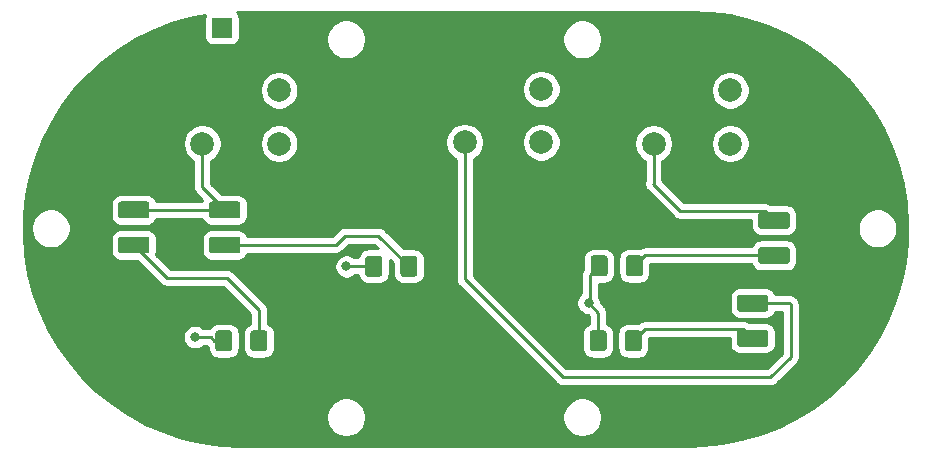
<source format=gbr>
G04 #@! TF.GenerationSoftware,KiCad,Pcbnew,(5.1.4-0)*
G04 #@! TF.CreationDate,2022-06-22T14:12:09-04:00*
G04 #@! TF.ProjectId,wheeler_lights,77686565-6c65-4725-9f6c-69676874732e,rev?*
G04 #@! TF.SameCoordinates,Original*
G04 #@! TF.FileFunction,Copper,L1,Top*
G04 #@! TF.FilePolarity,Positive*
%FSLAX46Y46*%
G04 Gerber Fmt 4.6, Leading zero omitted, Abs format (unit mm)*
G04 Created by KiCad (PCBNEW (5.1.4-0)) date 2022-06-22 14:12:09*
%MOMM*%
%LPD*%
G04 APERTURE LIST*
%ADD10C,0.100000*%
%ADD11C,1.425000*%
%ADD12C,2.000000*%
%ADD13O,1.700000X1.700000*%
%ADD14R,1.700000X1.700000*%
%ADD15C,0.800000*%
%ADD16C,0.250000*%
%ADD17C,0.254000*%
G04 APERTURE END LIST*
D10*
G36*
X78304504Y-55341204D02*
G01*
X78328773Y-55344804D01*
X78352571Y-55350765D01*
X78375671Y-55359030D01*
X78397849Y-55369520D01*
X78418893Y-55382133D01*
X78438598Y-55396747D01*
X78456777Y-55413223D01*
X78473253Y-55431402D01*
X78487867Y-55451107D01*
X78500480Y-55472151D01*
X78510970Y-55494329D01*
X78519235Y-55517429D01*
X78525196Y-55541227D01*
X78528796Y-55565496D01*
X78530000Y-55590000D01*
X78530000Y-56840000D01*
X78528796Y-56864504D01*
X78525196Y-56888773D01*
X78519235Y-56912571D01*
X78510970Y-56935671D01*
X78500480Y-56957849D01*
X78487867Y-56978893D01*
X78473253Y-56998598D01*
X78456777Y-57016777D01*
X78438598Y-57033253D01*
X78418893Y-57047867D01*
X78397849Y-57060480D01*
X78375671Y-57070970D01*
X78352571Y-57079235D01*
X78328773Y-57085196D01*
X78304504Y-57088796D01*
X78280000Y-57090000D01*
X77355000Y-57090000D01*
X77330496Y-57088796D01*
X77306227Y-57085196D01*
X77282429Y-57079235D01*
X77259329Y-57070970D01*
X77237151Y-57060480D01*
X77216107Y-57047867D01*
X77196402Y-57033253D01*
X77178223Y-57016777D01*
X77161747Y-56998598D01*
X77147133Y-56978893D01*
X77134520Y-56957849D01*
X77124030Y-56935671D01*
X77115765Y-56912571D01*
X77109804Y-56888773D01*
X77106204Y-56864504D01*
X77105000Y-56840000D01*
X77105000Y-55590000D01*
X77106204Y-55565496D01*
X77109804Y-55541227D01*
X77115765Y-55517429D01*
X77124030Y-55494329D01*
X77134520Y-55472151D01*
X77147133Y-55451107D01*
X77161747Y-55431402D01*
X77178223Y-55413223D01*
X77196402Y-55396747D01*
X77216107Y-55382133D01*
X77237151Y-55369520D01*
X77259329Y-55359030D01*
X77282429Y-55350765D01*
X77306227Y-55344804D01*
X77330496Y-55341204D01*
X77355000Y-55340000D01*
X78280000Y-55340000D01*
X78304504Y-55341204D01*
X78304504Y-55341204D01*
G37*
D11*
X77817500Y-56215000D03*
D10*
G36*
X75329504Y-55341204D02*
G01*
X75353773Y-55344804D01*
X75377571Y-55350765D01*
X75400671Y-55359030D01*
X75422849Y-55369520D01*
X75443893Y-55382133D01*
X75463598Y-55396747D01*
X75481777Y-55413223D01*
X75498253Y-55431402D01*
X75512867Y-55451107D01*
X75525480Y-55472151D01*
X75535970Y-55494329D01*
X75544235Y-55517429D01*
X75550196Y-55541227D01*
X75553796Y-55565496D01*
X75555000Y-55590000D01*
X75555000Y-56840000D01*
X75553796Y-56864504D01*
X75550196Y-56888773D01*
X75544235Y-56912571D01*
X75535970Y-56935671D01*
X75525480Y-56957849D01*
X75512867Y-56978893D01*
X75498253Y-56998598D01*
X75481777Y-57016777D01*
X75463598Y-57033253D01*
X75443893Y-57047867D01*
X75422849Y-57060480D01*
X75400671Y-57070970D01*
X75377571Y-57079235D01*
X75353773Y-57085196D01*
X75329504Y-57088796D01*
X75305000Y-57090000D01*
X74380000Y-57090000D01*
X74355496Y-57088796D01*
X74331227Y-57085196D01*
X74307429Y-57079235D01*
X74284329Y-57070970D01*
X74262151Y-57060480D01*
X74241107Y-57047867D01*
X74221402Y-57033253D01*
X74203223Y-57016777D01*
X74186747Y-56998598D01*
X74172133Y-56978893D01*
X74159520Y-56957849D01*
X74149030Y-56935671D01*
X74140765Y-56912571D01*
X74134804Y-56888773D01*
X74131204Y-56864504D01*
X74130000Y-56840000D01*
X74130000Y-55590000D01*
X74131204Y-55565496D01*
X74134804Y-55541227D01*
X74140765Y-55517429D01*
X74149030Y-55494329D01*
X74159520Y-55472151D01*
X74172133Y-55451107D01*
X74186747Y-55431402D01*
X74203223Y-55413223D01*
X74221402Y-55396747D01*
X74241107Y-55382133D01*
X74262151Y-55369520D01*
X74284329Y-55359030D01*
X74307429Y-55350765D01*
X74331227Y-55344804D01*
X74355496Y-55341204D01*
X74380000Y-55340000D01*
X75305000Y-55340000D01*
X75329504Y-55341204D01*
X75329504Y-55341204D01*
G37*
D11*
X74842500Y-56215000D03*
D10*
G36*
X97304504Y-61641204D02*
G01*
X97328773Y-61644804D01*
X97352571Y-61650765D01*
X97375671Y-61659030D01*
X97397849Y-61669520D01*
X97418893Y-61682133D01*
X97438598Y-61696747D01*
X97456777Y-61713223D01*
X97473253Y-61731402D01*
X97487867Y-61751107D01*
X97500480Y-61772151D01*
X97510970Y-61794329D01*
X97519235Y-61817429D01*
X97525196Y-61841227D01*
X97528796Y-61865496D01*
X97530000Y-61890000D01*
X97530000Y-63140000D01*
X97528796Y-63164504D01*
X97525196Y-63188773D01*
X97519235Y-63212571D01*
X97510970Y-63235671D01*
X97500480Y-63257849D01*
X97487867Y-63278893D01*
X97473253Y-63298598D01*
X97456777Y-63316777D01*
X97438598Y-63333253D01*
X97418893Y-63347867D01*
X97397849Y-63360480D01*
X97375671Y-63370970D01*
X97352571Y-63379235D01*
X97328773Y-63385196D01*
X97304504Y-63388796D01*
X97280000Y-63390000D01*
X96355000Y-63390000D01*
X96330496Y-63388796D01*
X96306227Y-63385196D01*
X96282429Y-63379235D01*
X96259329Y-63370970D01*
X96237151Y-63360480D01*
X96216107Y-63347867D01*
X96196402Y-63333253D01*
X96178223Y-63316777D01*
X96161747Y-63298598D01*
X96147133Y-63278893D01*
X96134520Y-63257849D01*
X96124030Y-63235671D01*
X96115765Y-63212571D01*
X96109804Y-63188773D01*
X96106204Y-63164504D01*
X96105000Y-63140000D01*
X96105000Y-61890000D01*
X96106204Y-61865496D01*
X96109804Y-61841227D01*
X96115765Y-61817429D01*
X96124030Y-61794329D01*
X96134520Y-61772151D01*
X96147133Y-61751107D01*
X96161747Y-61731402D01*
X96178223Y-61713223D01*
X96196402Y-61696747D01*
X96216107Y-61682133D01*
X96237151Y-61669520D01*
X96259329Y-61659030D01*
X96282429Y-61650765D01*
X96306227Y-61644804D01*
X96330496Y-61641204D01*
X96355000Y-61640000D01*
X97280000Y-61640000D01*
X97304504Y-61641204D01*
X97304504Y-61641204D01*
G37*
D11*
X96817500Y-62515000D03*
D10*
G36*
X94329504Y-61641204D02*
G01*
X94353773Y-61644804D01*
X94377571Y-61650765D01*
X94400671Y-61659030D01*
X94422849Y-61669520D01*
X94443893Y-61682133D01*
X94463598Y-61696747D01*
X94481777Y-61713223D01*
X94498253Y-61731402D01*
X94512867Y-61751107D01*
X94525480Y-61772151D01*
X94535970Y-61794329D01*
X94544235Y-61817429D01*
X94550196Y-61841227D01*
X94553796Y-61865496D01*
X94555000Y-61890000D01*
X94555000Y-63140000D01*
X94553796Y-63164504D01*
X94550196Y-63188773D01*
X94544235Y-63212571D01*
X94535970Y-63235671D01*
X94525480Y-63257849D01*
X94512867Y-63278893D01*
X94498253Y-63298598D01*
X94481777Y-63316777D01*
X94463598Y-63333253D01*
X94443893Y-63347867D01*
X94422849Y-63360480D01*
X94400671Y-63370970D01*
X94377571Y-63379235D01*
X94353773Y-63385196D01*
X94329504Y-63388796D01*
X94305000Y-63390000D01*
X93380000Y-63390000D01*
X93355496Y-63388796D01*
X93331227Y-63385196D01*
X93307429Y-63379235D01*
X93284329Y-63370970D01*
X93262151Y-63360480D01*
X93241107Y-63347867D01*
X93221402Y-63333253D01*
X93203223Y-63316777D01*
X93186747Y-63298598D01*
X93172133Y-63278893D01*
X93159520Y-63257849D01*
X93149030Y-63235671D01*
X93140765Y-63212571D01*
X93134804Y-63188773D01*
X93131204Y-63164504D01*
X93130000Y-63140000D01*
X93130000Y-61890000D01*
X93131204Y-61865496D01*
X93134804Y-61841227D01*
X93140765Y-61817429D01*
X93149030Y-61794329D01*
X93159520Y-61772151D01*
X93172133Y-61751107D01*
X93186747Y-61731402D01*
X93203223Y-61713223D01*
X93221402Y-61696747D01*
X93241107Y-61682133D01*
X93262151Y-61669520D01*
X93284329Y-61659030D01*
X93307429Y-61650765D01*
X93331227Y-61644804D01*
X93355496Y-61641204D01*
X93380000Y-61640000D01*
X94305000Y-61640000D01*
X94329504Y-61641204D01*
X94329504Y-61641204D01*
G37*
D11*
X93842500Y-62515000D03*
D12*
X66830000Y-41315000D03*
X66830000Y-45815000D03*
X60330000Y-41315000D03*
X60330000Y-45815000D03*
X89030000Y-41215000D03*
X89030000Y-45715000D03*
X82530000Y-41215000D03*
X82530000Y-45715000D03*
X105030000Y-41315000D03*
X105030000Y-45815000D03*
X98530000Y-41315000D03*
X98530000Y-45815000D03*
D10*
G36*
X55629504Y-53691204D02*
G01*
X55653773Y-53694804D01*
X55677571Y-53700765D01*
X55700671Y-53709030D01*
X55722849Y-53719520D01*
X55743893Y-53732133D01*
X55763598Y-53746747D01*
X55781777Y-53763223D01*
X55798253Y-53781402D01*
X55812867Y-53801107D01*
X55825480Y-53822151D01*
X55835970Y-53844329D01*
X55844235Y-53867429D01*
X55850196Y-53891227D01*
X55853796Y-53915496D01*
X55855000Y-53940000D01*
X55855000Y-54865000D01*
X55853796Y-54889504D01*
X55850196Y-54913773D01*
X55844235Y-54937571D01*
X55835970Y-54960671D01*
X55825480Y-54982849D01*
X55812867Y-55003893D01*
X55798253Y-55023598D01*
X55781777Y-55041777D01*
X55763598Y-55058253D01*
X55743893Y-55072867D01*
X55722849Y-55085480D01*
X55700671Y-55095970D01*
X55677571Y-55104235D01*
X55653773Y-55110196D01*
X55629504Y-55113796D01*
X55605000Y-55115000D01*
X53455000Y-55115000D01*
X53430496Y-55113796D01*
X53406227Y-55110196D01*
X53382429Y-55104235D01*
X53359329Y-55095970D01*
X53337151Y-55085480D01*
X53316107Y-55072867D01*
X53296402Y-55058253D01*
X53278223Y-55041777D01*
X53261747Y-55023598D01*
X53247133Y-55003893D01*
X53234520Y-54982849D01*
X53224030Y-54960671D01*
X53215765Y-54937571D01*
X53209804Y-54913773D01*
X53206204Y-54889504D01*
X53205000Y-54865000D01*
X53205000Y-53940000D01*
X53206204Y-53915496D01*
X53209804Y-53891227D01*
X53215765Y-53867429D01*
X53224030Y-53844329D01*
X53234520Y-53822151D01*
X53247133Y-53801107D01*
X53261747Y-53781402D01*
X53278223Y-53763223D01*
X53296402Y-53746747D01*
X53316107Y-53732133D01*
X53337151Y-53719520D01*
X53359329Y-53709030D01*
X53382429Y-53700765D01*
X53406227Y-53694804D01*
X53430496Y-53691204D01*
X53455000Y-53690000D01*
X55605000Y-53690000D01*
X55629504Y-53691204D01*
X55629504Y-53691204D01*
G37*
D11*
X54530000Y-54402500D03*
D10*
G36*
X55629504Y-50716204D02*
G01*
X55653773Y-50719804D01*
X55677571Y-50725765D01*
X55700671Y-50734030D01*
X55722849Y-50744520D01*
X55743893Y-50757133D01*
X55763598Y-50771747D01*
X55781777Y-50788223D01*
X55798253Y-50806402D01*
X55812867Y-50826107D01*
X55825480Y-50847151D01*
X55835970Y-50869329D01*
X55844235Y-50892429D01*
X55850196Y-50916227D01*
X55853796Y-50940496D01*
X55855000Y-50965000D01*
X55855000Y-51890000D01*
X55853796Y-51914504D01*
X55850196Y-51938773D01*
X55844235Y-51962571D01*
X55835970Y-51985671D01*
X55825480Y-52007849D01*
X55812867Y-52028893D01*
X55798253Y-52048598D01*
X55781777Y-52066777D01*
X55763598Y-52083253D01*
X55743893Y-52097867D01*
X55722849Y-52110480D01*
X55700671Y-52120970D01*
X55677571Y-52129235D01*
X55653773Y-52135196D01*
X55629504Y-52138796D01*
X55605000Y-52140000D01*
X53455000Y-52140000D01*
X53430496Y-52138796D01*
X53406227Y-52135196D01*
X53382429Y-52129235D01*
X53359329Y-52120970D01*
X53337151Y-52110480D01*
X53316107Y-52097867D01*
X53296402Y-52083253D01*
X53278223Y-52066777D01*
X53261747Y-52048598D01*
X53247133Y-52028893D01*
X53234520Y-52007849D01*
X53224030Y-51985671D01*
X53215765Y-51962571D01*
X53209804Y-51938773D01*
X53206204Y-51914504D01*
X53205000Y-51890000D01*
X53205000Y-50965000D01*
X53206204Y-50940496D01*
X53209804Y-50916227D01*
X53215765Y-50892429D01*
X53224030Y-50869329D01*
X53234520Y-50847151D01*
X53247133Y-50826107D01*
X53261747Y-50806402D01*
X53278223Y-50788223D01*
X53296402Y-50771747D01*
X53316107Y-50757133D01*
X53337151Y-50744520D01*
X53359329Y-50734030D01*
X53382429Y-50725765D01*
X53406227Y-50719804D01*
X53430496Y-50716204D01*
X53455000Y-50715000D01*
X55605000Y-50715000D01*
X55629504Y-50716204D01*
X55629504Y-50716204D01*
G37*
D11*
X54530000Y-51427500D03*
D10*
G36*
X63329504Y-53691204D02*
G01*
X63353773Y-53694804D01*
X63377571Y-53700765D01*
X63400671Y-53709030D01*
X63422849Y-53719520D01*
X63443893Y-53732133D01*
X63463598Y-53746747D01*
X63481777Y-53763223D01*
X63498253Y-53781402D01*
X63512867Y-53801107D01*
X63525480Y-53822151D01*
X63535970Y-53844329D01*
X63544235Y-53867429D01*
X63550196Y-53891227D01*
X63553796Y-53915496D01*
X63555000Y-53940000D01*
X63555000Y-54865000D01*
X63553796Y-54889504D01*
X63550196Y-54913773D01*
X63544235Y-54937571D01*
X63535970Y-54960671D01*
X63525480Y-54982849D01*
X63512867Y-55003893D01*
X63498253Y-55023598D01*
X63481777Y-55041777D01*
X63463598Y-55058253D01*
X63443893Y-55072867D01*
X63422849Y-55085480D01*
X63400671Y-55095970D01*
X63377571Y-55104235D01*
X63353773Y-55110196D01*
X63329504Y-55113796D01*
X63305000Y-55115000D01*
X61155000Y-55115000D01*
X61130496Y-55113796D01*
X61106227Y-55110196D01*
X61082429Y-55104235D01*
X61059329Y-55095970D01*
X61037151Y-55085480D01*
X61016107Y-55072867D01*
X60996402Y-55058253D01*
X60978223Y-55041777D01*
X60961747Y-55023598D01*
X60947133Y-55003893D01*
X60934520Y-54982849D01*
X60924030Y-54960671D01*
X60915765Y-54937571D01*
X60909804Y-54913773D01*
X60906204Y-54889504D01*
X60905000Y-54865000D01*
X60905000Y-53940000D01*
X60906204Y-53915496D01*
X60909804Y-53891227D01*
X60915765Y-53867429D01*
X60924030Y-53844329D01*
X60934520Y-53822151D01*
X60947133Y-53801107D01*
X60961747Y-53781402D01*
X60978223Y-53763223D01*
X60996402Y-53746747D01*
X61016107Y-53732133D01*
X61037151Y-53719520D01*
X61059329Y-53709030D01*
X61082429Y-53700765D01*
X61106227Y-53694804D01*
X61130496Y-53691204D01*
X61155000Y-53690000D01*
X63305000Y-53690000D01*
X63329504Y-53691204D01*
X63329504Y-53691204D01*
G37*
D11*
X62230000Y-54402500D03*
D10*
G36*
X63329504Y-50716204D02*
G01*
X63353773Y-50719804D01*
X63377571Y-50725765D01*
X63400671Y-50734030D01*
X63422849Y-50744520D01*
X63443893Y-50757133D01*
X63463598Y-50771747D01*
X63481777Y-50788223D01*
X63498253Y-50806402D01*
X63512867Y-50826107D01*
X63525480Y-50847151D01*
X63535970Y-50869329D01*
X63544235Y-50892429D01*
X63550196Y-50916227D01*
X63553796Y-50940496D01*
X63555000Y-50965000D01*
X63555000Y-51890000D01*
X63553796Y-51914504D01*
X63550196Y-51938773D01*
X63544235Y-51962571D01*
X63535970Y-51985671D01*
X63525480Y-52007849D01*
X63512867Y-52028893D01*
X63498253Y-52048598D01*
X63481777Y-52066777D01*
X63463598Y-52083253D01*
X63443893Y-52097867D01*
X63422849Y-52110480D01*
X63400671Y-52120970D01*
X63377571Y-52129235D01*
X63353773Y-52135196D01*
X63329504Y-52138796D01*
X63305000Y-52140000D01*
X61155000Y-52140000D01*
X61130496Y-52138796D01*
X61106227Y-52135196D01*
X61082429Y-52129235D01*
X61059329Y-52120970D01*
X61037151Y-52110480D01*
X61016107Y-52097867D01*
X60996402Y-52083253D01*
X60978223Y-52066777D01*
X60961747Y-52048598D01*
X60947133Y-52028893D01*
X60934520Y-52007849D01*
X60924030Y-51985671D01*
X60915765Y-51962571D01*
X60909804Y-51938773D01*
X60906204Y-51914504D01*
X60905000Y-51890000D01*
X60905000Y-50965000D01*
X60906204Y-50940496D01*
X60909804Y-50916227D01*
X60915765Y-50892429D01*
X60924030Y-50869329D01*
X60934520Y-50847151D01*
X60947133Y-50826107D01*
X60961747Y-50806402D01*
X60978223Y-50788223D01*
X60996402Y-50771747D01*
X61016107Y-50757133D01*
X61037151Y-50744520D01*
X61059329Y-50734030D01*
X61082429Y-50725765D01*
X61106227Y-50719804D01*
X61130496Y-50716204D01*
X61155000Y-50715000D01*
X63305000Y-50715000D01*
X63329504Y-50716204D01*
X63329504Y-50716204D01*
G37*
D11*
X62230000Y-51427500D03*
D10*
G36*
X108029504Y-61591204D02*
G01*
X108053773Y-61594804D01*
X108077571Y-61600765D01*
X108100671Y-61609030D01*
X108122849Y-61619520D01*
X108143893Y-61632133D01*
X108163598Y-61646747D01*
X108181777Y-61663223D01*
X108198253Y-61681402D01*
X108212867Y-61701107D01*
X108225480Y-61722151D01*
X108235970Y-61744329D01*
X108244235Y-61767429D01*
X108250196Y-61791227D01*
X108253796Y-61815496D01*
X108255000Y-61840000D01*
X108255000Y-62765000D01*
X108253796Y-62789504D01*
X108250196Y-62813773D01*
X108244235Y-62837571D01*
X108235970Y-62860671D01*
X108225480Y-62882849D01*
X108212867Y-62903893D01*
X108198253Y-62923598D01*
X108181777Y-62941777D01*
X108163598Y-62958253D01*
X108143893Y-62972867D01*
X108122849Y-62985480D01*
X108100671Y-62995970D01*
X108077571Y-63004235D01*
X108053773Y-63010196D01*
X108029504Y-63013796D01*
X108005000Y-63015000D01*
X105855000Y-63015000D01*
X105830496Y-63013796D01*
X105806227Y-63010196D01*
X105782429Y-63004235D01*
X105759329Y-62995970D01*
X105737151Y-62985480D01*
X105716107Y-62972867D01*
X105696402Y-62958253D01*
X105678223Y-62941777D01*
X105661747Y-62923598D01*
X105647133Y-62903893D01*
X105634520Y-62882849D01*
X105624030Y-62860671D01*
X105615765Y-62837571D01*
X105609804Y-62813773D01*
X105606204Y-62789504D01*
X105605000Y-62765000D01*
X105605000Y-61840000D01*
X105606204Y-61815496D01*
X105609804Y-61791227D01*
X105615765Y-61767429D01*
X105624030Y-61744329D01*
X105634520Y-61722151D01*
X105647133Y-61701107D01*
X105661747Y-61681402D01*
X105678223Y-61663223D01*
X105696402Y-61646747D01*
X105716107Y-61632133D01*
X105737151Y-61619520D01*
X105759329Y-61609030D01*
X105782429Y-61600765D01*
X105806227Y-61594804D01*
X105830496Y-61591204D01*
X105855000Y-61590000D01*
X108005000Y-61590000D01*
X108029504Y-61591204D01*
X108029504Y-61591204D01*
G37*
D11*
X106930000Y-62302500D03*
D10*
G36*
X108029504Y-58616204D02*
G01*
X108053773Y-58619804D01*
X108077571Y-58625765D01*
X108100671Y-58634030D01*
X108122849Y-58644520D01*
X108143893Y-58657133D01*
X108163598Y-58671747D01*
X108181777Y-58688223D01*
X108198253Y-58706402D01*
X108212867Y-58726107D01*
X108225480Y-58747151D01*
X108235970Y-58769329D01*
X108244235Y-58792429D01*
X108250196Y-58816227D01*
X108253796Y-58840496D01*
X108255000Y-58865000D01*
X108255000Y-59790000D01*
X108253796Y-59814504D01*
X108250196Y-59838773D01*
X108244235Y-59862571D01*
X108235970Y-59885671D01*
X108225480Y-59907849D01*
X108212867Y-59928893D01*
X108198253Y-59948598D01*
X108181777Y-59966777D01*
X108163598Y-59983253D01*
X108143893Y-59997867D01*
X108122849Y-60010480D01*
X108100671Y-60020970D01*
X108077571Y-60029235D01*
X108053773Y-60035196D01*
X108029504Y-60038796D01*
X108005000Y-60040000D01*
X105855000Y-60040000D01*
X105830496Y-60038796D01*
X105806227Y-60035196D01*
X105782429Y-60029235D01*
X105759329Y-60020970D01*
X105737151Y-60010480D01*
X105716107Y-59997867D01*
X105696402Y-59983253D01*
X105678223Y-59966777D01*
X105661747Y-59948598D01*
X105647133Y-59928893D01*
X105634520Y-59907849D01*
X105624030Y-59885671D01*
X105615765Y-59862571D01*
X105609804Y-59838773D01*
X105606204Y-59814504D01*
X105605000Y-59790000D01*
X105605000Y-58865000D01*
X105606204Y-58840496D01*
X105609804Y-58816227D01*
X105615765Y-58792429D01*
X105624030Y-58769329D01*
X105634520Y-58747151D01*
X105647133Y-58726107D01*
X105661747Y-58706402D01*
X105678223Y-58688223D01*
X105696402Y-58671747D01*
X105716107Y-58657133D01*
X105737151Y-58644520D01*
X105759329Y-58634030D01*
X105782429Y-58625765D01*
X105806227Y-58619804D01*
X105830496Y-58616204D01*
X105855000Y-58615000D01*
X108005000Y-58615000D01*
X108029504Y-58616204D01*
X108029504Y-58616204D01*
G37*
D11*
X106930000Y-59327500D03*
D10*
G36*
X109829504Y-54578704D02*
G01*
X109853773Y-54582304D01*
X109877571Y-54588265D01*
X109900671Y-54596530D01*
X109922849Y-54607020D01*
X109943893Y-54619633D01*
X109963598Y-54634247D01*
X109981777Y-54650723D01*
X109998253Y-54668902D01*
X110012867Y-54688607D01*
X110025480Y-54709651D01*
X110035970Y-54731829D01*
X110044235Y-54754929D01*
X110050196Y-54778727D01*
X110053796Y-54802996D01*
X110055000Y-54827500D01*
X110055000Y-55752500D01*
X110053796Y-55777004D01*
X110050196Y-55801273D01*
X110044235Y-55825071D01*
X110035970Y-55848171D01*
X110025480Y-55870349D01*
X110012867Y-55891393D01*
X109998253Y-55911098D01*
X109981777Y-55929277D01*
X109963598Y-55945753D01*
X109943893Y-55960367D01*
X109922849Y-55972980D01*
X109900671Y-55983470D01*
X109877571Y-55991735D01*
X109853773Y-55997696D01*
X109829504Y-56001296D01*
X109805000Y-56002500D01*
X107655000Y-56002500D01*
X107630496Y-56001296D01*
X107606227Y-55997696D01*
X107582429Y-55991735D01*
X107559329Y-55983470D01*
X107537151Y-55972980D01*
X107516107Y-55960367D01*
X107496402Y-55945753D01*
X107478223Y-55929277D01*
X107461747Y-55911098D01*
X107447133Y-55891393D01*
X107434520Y-55870349D01*
X107424030Y-55848171D01*
X107415765Y-55825071D01*
X107409804Y-55801273D01*
X107406204Y-55777004D01*
X107405000Y-55752500D01*
X107405000Y-54827500D01*
X107406204Y-54802996D01*
X107409804Y-54778727D01*
X107415765Y-54754929D01*
X107424030Y-54731829D01*
X107434520Y-54709651D01*
X107447133Y-54688607D01*
X107461747Y-54668902D01*
X107478223Y-54650723D01*
X107496402Y-54634247D01*
X107516107Y-54619633D01*
X107537151Y-54607020D01*
X107559329Y-54596530D01*
X107582429Y-54588265D01*
X107606227Y-54582304D01*
X107630496Y-54578704D01*
X107655000Y-54577500D01*
X109805000Y-54577500D01*
X109829504Y-54578704D01*
X109829504Y-54578704D01*
G37*
D11*
X108730000Y-55290000D03*
D10*
G36*
X109829504Y-51603704D02*
G01*
X109853773Y-51607304D01*
X109877571Y-51613265D01*
X109900671Y-51621530D01*
X109922849Y-51632020D01*
X109943893Y-51644633D01*
X109963598Y-51659247D01*
X109981777Y-51675723D01*
X109998253Y-51693902D01*
X110012867Y-51713607D01*
X110025480Y-51734651D01*
X110035970Y-51756829D01*
X110044235Y-51779929D01*
X110050196Y-51803727D01*
X110053796Y-51827996D01*
X110055000Y-51852500D01*
X110055000Y-52777500D01*
X110053796Y-52802004D01*
X110050196Y-52826273D01*
X110044235Y-52850071D01*
X110035970Y-52873171D01*
X110025480Y-52895349D01*
X110012867Y-52916393D01*
X109998253Y-52936098D01*
X109981777Y-52954277D01*
X109963598Y-52970753D01*
X109943893Y-52985367D01*
X109922849Y-52997980D01*
X109900671Y-53008470D01*
X109877571Y-53016735D01*
X109853773Y-53022696D01*
X109829504Y-53026296D01*
X109805000Y-53027500D01*
X107655000Y-53027500D01*
X107630496Y-53026296D01*
X107606227Y-53022696D01*
X107582429Y-53016735D01*
X107559329Y-53008470D01*
X107537151Y-52997980D01*
X107516107Y-52985367D01*
X107496402Y-52970753D01*
X107478223Y-52954277D01*
X107461747Y-52936098D01*
X107447133Y-52916393D01*
X107434520Y-52895349D01*
X107424030Y-52873171D01*
X107415765Y-52850071D01*
X107409804Y-52826273D01*
X107406204Y-52802004D01*
X107405000Y-52777500D01*
X107405000Y-51852500D01*
X107406204Y-51827996D01*
X107409804Y-51803727D01*
X107415765Y-51779929D01*
X107424030Y-51756829D01*
X107434520Y-51734651D01*
X107447133Y-51713607D01*
X107461747Y-51693902D01*
X107478223Y-51675723D01*
X107496402Y-51659247D01*
X107516107Y-51644633D01*
X107537151Y-51632020D01*
X107559329Y-51621530D01*
X107582429Y-51613265D01*
X107606227Y-51607304D01*
X107630496Y-51603704D01*
X107655000Y-51602500D01*
X109805000Y-51602500D01*
X109829504Y-51603704D01*
X109829504Y-51603704D01*
G37*
D11*
X108730000Y-52315000D03*
D10*
G36*
X65604504Y-61641204D02*
G01*
X65628773Y-61644804D01*
X65652571Y-61650765D01*
X65675671Y-61659030D01*
X65697849Y-61669520D01*
X65718893Y-61682133D01*
X65738598Y-61696747D01*
X65756777Y-61713223D01*
X65773253Y-61731402D01*
X65787867Y-61751107D01*
X65800480Y-61772151D01*
X65810970Y-61794329D01*
X65819235Y-61817429D01*
X65825196Y-61841227D01*
X65828796Y-61865496D01*
X65830000Y-61890000D01*
X65830000Y-63140000D01*
X65828796Y-63164504D01*
X65825196Y-63188773D01*
X65819235Y-63212571D01*
X65810970Y-63235671D01*
X65800480Y-63257849D01*
X65787867Y-63278893D01*
X65773253Y-63298598D01*
X65756777Y-63316777D01*
X65738598Y-63333253D01*
X65718893Y-63347867D01*
X65697849Y-63360480D01*
X65675671Y-63370970D01*
X65652571Y-63379235D01*
X65628773Y-63385196D01*
X65604504Y-63388796D01*
X65580000Y-63390000D01*
X64655000Y-63390000D01*
X64630496Y-63388796D01*
X64606227Y-63385196D01*
X64582429Y-63379235D01*
X64559329Y-63370970D01*
X64537151Y-63360480D01*
X64516107Y-63347867D01*
X64496402Y-63333253D01*
X64478223Y-63316777D01*
X64461747Y-63298598D01*
X64447133Y-63278893D01*
X64434520Y-63257849D01*
X64424030Y-63235671D01*
X64415765Y-63212571D01*
X64409804Y-63188773D01*
X64406204Y-63164504D01*
X64405000Y-63140000D01*
X64405000Y-61890000D01*
X64406204Y-61865496D01*
X64409804Y-61841227D01*
X64415765Y-61817429D01*
X64424030Y-61794329D01*
X64434520Y-61772151D01*
X64447133Y-61751107D01*
X64461747Y-61731402D01*
X64478223Y-61713223D01*
X64496402Y-61696747D01*
X64516107Y-61682133D01*
X64537151Y-61669520D01*
X64559329Y-61659030D01*
X64582429Y-61650765D01*
X64606227Y-61644804D01*
X64630496Y-61641204D01*
X64655000Y-61640000D01*
X65580000Y-61640000D01*
X65604504Y-61641204D01*
X65604504Y-61641204D01*
G37*
D11*
X65117500Y-62515000D03*
D10*
G36*
X62629504Y-61641204D02*
G01*
X62653773Y-61644804D01*
X62677571Y-61650765D01*
X62700671Y-61659030D01*
X62722849Y-61669520D01*
X62743893Y-61682133D01*
X62763598Y-61696747D01*
X62781777Y-61713223D01*
X62798253Y-61731402D01*
X62812867Y-61751107D01*
X62825480Y-61772151D01*
X62835970Y-61794329D01*
X62844235Y-61817429D01*
X62850196Y-61841227D01*
X62853796Y-61865496D01*
X62855000Y-61890000D01*
X62855000Y-63140000D01*
X62853796Y-63164504D01*
X62850196Y-63188773D01*
X62844235Y-63212571D01*
X62835970Y-63235671D01*
X62825480Y-63257849D01*
X62812867Y-63278893D01*
X62798253Y-63298598D01*
X62781777Y-63316777D01*
X62763598Y-63333253D01*
X62743893Y-63347867D01*
X62722849Y-63360480D01*
X62700671Y-63370970D01*
X62677571Y-63379235D01*
X62653773Y-63385196D01*
X62629504Y-63388796D01*
X62605000Y-63390000D01*
X61680000Y-63390000D01*
X61655496Y-63388796D01*
X61631227Y-63385196D01*
X61607429Y-63379235D01*
X61584329Y-63370970D01*
X61562151Y-63360480D01*
X61541107Y-63347867D01*
X61521402Y-63333253D01*
X61503223Y-63316777D01*
X61486747Y-63298598D01*
X61472133Y-63278893D01*
X61459520Y-63257849D01*
X61449030Y-63235671D01*
X61440765Y-63212571D01*
X61434804Y-63188773D01*
X61431204Y-63164504D01*
X61430000Y-63140000D01*
X61430000Y-61890000D01*
X61431204Y-61865496D01*
X61434804Y-61841227D01*
X61440765Y-61817429D01*
X61449030Y-61794329D01*
X61459520Y-61772151D01*
X61472133Y-61751107D01*
X61486747Y-61731402D01*
X61503223Y-61713223D01*
X61521402Y-61696747D01*
X61541107Y-61682133D01*
X61562151Y-61669520D01*
X61584329Y-61659030D01*
X61607429Y-61650765D01*
X61631227Y-61644804D01*
X61655496Y-61641204D01*
X61680000Y-61640000D01*
X62605000Y-61640000D01*
X62629504Y-61641204D01*
X62629504Y-61641204D01*
G37*
D11*
X62142500Y-62515000D03*
D10*
G36*
X97392004Y-55291204D02*
G01*
X97416273Y-55294804D01*
X97440071Y-55300765D01*
X97463171Y-55309030D01*
X97485349Y-55319520D01*
X97506393Y-55332133D01*
X97526098Y-55346747D01*
X97544277Y-55363223D01*
X97560753Y-55381402D01*
X97575367Y-55401107D01*
X97587980Y-55422151D01*
X97598470Y-55444329D01*
X97606735Y-55467429D01*
X97612696Y-55491227D01*
X97616296Y-55515496D01*
X97617500Y-55540000D01*
X97617500Y-56790000D01*
X97616296Y-56814504D01*
X97612696Y-56838773D01*
X97606735Y-56862571D01*
X97598470Y-56885671D01*
X97587980Y-56907849D01*
X97575367Y-56928893D01*
X97560753Y-56948598D01*
X97544277Y-56966777D01*
X97526098Y-56983253D01*
X97506393Y-56997867D01*
X97485349Y-57010480D01*
X97463171Y-57020970D01*
X97440071Y-57029235D01*
X97416273Y-57035196D01*
X97392004Y-57038796D01*
X97367500Y-57040000D01*
X96442500Y-57040000D01*
X96417996Y-57038796D01*
X96393727Y-57035196D01*
X96369929Y-57029235D01*
X96346829Y-57020970D01*
X96324651Y-57010480D01*
X96303607Y-56997867D01*
X96283902Y-56983253D01*
X96265723Y-56966777D01*
X96249247Y-56948598D01*
X96234633Y-56928893D01*
X96222020Y-56907849D01*
X96211530Y-56885671D01*
X96203265Y-56862571D01*
X96197304Y-56838773D01*
X96193704Y-56814504D01*
X96192500Y-56790000D01*
X96192500Y-55540000D01*
X96193704Y-55515496D01*
X96197304Y-55491227D01*
X96203265Y-55467429D01*
X96211530Y-55444329D01*
X96222020Y-55422151D01*
X96234633Y-55401107D01*
X96249247Y-55381402D01*
X96265723Y-55363223D01*
X96283902Y-55346747D01*
X96303607Y-55332133D01*
X96324651Y-55319520D01*
X96346829Y-55309030D01*
X96369929Y-55300765D01*
X96393727Y-55294804D01*
X96417996Y-55291204D01*
X96442500Y-55290000D01*
X97367500Y-55290000D01*
X97392004Y-55291204D01*
X97392004Y-55291204D01*
G37*
D11*
X96905000Y-56165000D03*
D10*
G36*
X94417004Y-55291204D02*
G01*
X94441273Y-55294804D01*
X94465071Y-55300765D01*
X94488171Y-55309030D01*
X94510349Y-55319520D01*
X94531393Y-55332133D01*
X94551098Y-55346747D01*
X94569277Y-55363223D01*
X94585753Y-55381402D01*
X94600367Y-55401107D01*
X94612980Y-55422151D01*
X94623470Y-55444329D01*
X94631735Y-55467429D01*
X94637696Y-55491227D01*
X94641296Y-55515496D01*
X94642500Y-55540000D01*
X94642500Y-56790000D01*
X94641296Y-56814504D01*
X94637696Y-56838773D01*
X94631735Y-56862571D01*
X94623470Y-56885671D01*
X94612980Y-56907849D01*
X94600367Y-56928893D01*
X94585753Y-56948598D01*
X94569277Y-56966777D01*
X94551098Y-56983253D01*
X94531393Y-56997867D01*
X94510349Y-57010480D01*
X94488171Y-57020970D01*
X94465071Y-57029235D01*
X94441273Y-57035196D01*
X94417004Y-57038796D01*
X94392500Y-57040000D01*
X93467500Y-57040000D01*
X93442996Y-57038796D01*
X93418727Y-57035196D01*
X93394929Y-57029235D01*
X93371829Y-57020970D01*
X93349651Y-57010480D01*
X93328607Y-56997867D01*
X93308902Y-56983253D01*
X93290723Y-56966777D01*
X93274247Y-56948598D01*
X93259633Y-56928893D01*
X93247020Y-56907849D01*
X93236530Y-56885671D01*
X93228265Y-56862571D01*
X93222304Y-56838773D01*
X93218704Y-56814504D01*
X93217500Y-56790000D01*
X93217500Y-55540000D01*
X93218704Y-55515496D01*
X93222304Y-55491227D01*
X93228265Y-55467429D01*
X93236530Y-55444329D01*
X93247020Y-55422151D01*
X93259633Y-55401107D01*
X93274247Y-55381402D01*
X93290723Y-55363223D01*
X93308902Y-55346747D01*
X93328607Y-55332133D01*
X93349651Y-55319520D01*
X93371829Y-55309030D01*
X93394929Y-55300765D01*
X93418727Y-55294804D01*
X93442996Y-55291204D01*
X93467500Y-55290000D01*
X94392500Y-55290000D01*
X94417004Y-55291204D01*
X94417004Y-55291204D01*
G37*
D11*
X93930000Y-56165000D03*
D13*
X64540000Y-36000000D03*
D14*
X62000000Y-36000000D03*
D15*
X59730000Y-62215000D03*
X72530000Y-56215000D03*
X93030000Y-59315000D03*
D16*
X61330000Y-62515000D02*
X61030000Y-62215000D01*
X62142500Y-62515000D02*
X61330000Y-62515000D01*
X61030000Y-62215000D02*
X59730000Y-62215000D01*
X74842500Y-56215000D02*
X72530000Y-56215000D01*
X93158653Y-56936347D02*
X93158653Y-59186347D01*
X93930000Y-56165000D02*
X93158653Y-56936347D01*
X93158653Y-59186347D02*
X93030000Y-59315000D01*
X93842500Y-60127500D02*
X93030000Y-59315000D01*
X93842500Y-62515000D02*
X93842500Y-60127500D01*
X60330000Y-49527500D02*
X62230000Y-51427500D01*
X60330000Y-45815000D02*
X60330000Y-49527500D01*
X60805000Y-51427500D02*
X54530000Y-51427500D01*
X62230000Y-51427500D02*
X60805000Y-51427500D01*
X107946790Y-51531790D02*
X100801790Y-51531790D01*
X108730000Y-52315000D02*
X107946790Y-51531790D01*
X100801790Y-51531790D02*
X98485000Y-49215000D01*
X98530000Y-49170000D02*
X98530000Y-45815000D01*
X98485000Y-49215000D02*
X98530000Y-49170000D01*
X62230000Y-54402500D02*
X71642500Y-54402500D01*
X71642500Y-54402500D02*
X72430000Y-53615000D01*
X75217500Y-53615000D02*
X77817500Y-56215000D01*
X72430000Y-53615000D02*
X75217500Y-53615000D01*
X54530000Y-54402500D02*
X57342500Y-57215000D01*
X57342500Y-57215000D02*
X62430000Y-57215000D01*
X65117500Y-59902500D02*
X65117500Y-62515000D01*
X62430000Y-57215000D02*
X65117500Y-59902500D01*
X97780000Y-55290000D02*
X96905000Y-56165000D01*
X108730000Y-55290000D02*
X97780000Y-55290000D01*
X97588847Y-61743653D02*
X96817500Y-62515000D01*
X97813210Y-61519290D02*
X97588847Y-61743653D01*
X106146790Y-61519290D02*
X97813210Y-61519290D01*
X106930000Y-62302500D02*
X106146790Y-61519290D01*
X110042500Y-59327500D02*
X106930000Y-59327500D01*
X110130000Y-59415000D02*
X110042500Y-59327500D01*
X110130000Y-63915000D02*
X110130000Y-61115000D01*
X108430000Y-65615000D02*
X110130000Y-63915000D01*
X110130000Y-61453190D02*
X110130000Y-61115000D01*
X90830000Y-65615000D02*
X108430000Y-65615000D01*
X82530000Y-57315000D02*
X90830000Y-65615000D01*
X110130000Y-61115000D02*
X110130000Y-59415000D01*
X82530000Y-45415000D02*
X82530000Y-57315000D01*
D17*
G36*
X103324407Y-34736286D02*
G01*
X104975106Y-34962404D01*
X106598517Y-35337198D01*
X108181288Y-35857586D01*
X109710381Y-36519284D01*
X111173202Y-37316840D01*
X112557720Y-38243694D01*
X113852532Y-39292212D01*
X115046989Y-40453771D01*
X116131260Y-41718810D01*
X117096412Y-43076910D01*
X117934500Y-44516890D01*
X118638638Y-46026918D01*
X119203010Y-47594524D01*
X119622989Y-49206845D01*
X119895112Y-50850599D01*
X120017134Y-52512229D01*
X119988056Y-54178110D01*
X119808118Y-55834468D01*
X119478796Y-57467726D01*
X119002808Y-59064399D01*
X118384062Y-60611374D01*
X117627665Y-62095886D01*
X116739826Y-63505751D01*
X115727867Y-64829338D01*
X114600105Y-66055771D01*
X113365839Y-67174935D01*
X112035223Y-68177625D01*
X110619205Y-69055594D01*
X109129429Y-69801618D01*
X107578183Y-70409545D01*
X105978228Y-70874376D01*
X104342707Y-71192289D01*
X102679173Y-71361264D01*
X101650432Y-71390000D01*
X63575550Y-71390000D01*
X61895593Y-71313714D01*
X60244894Y-71087596D01*
X58621486Y-70712803D01*
X57038712Y-70192414D01*
X55509626Y-69530719D01*
X54231830Y-68834042D01*
X70815000Y-68834042D01*
X70815000Y-69165958D01*
X70879754Y-69491496D01*
X71006772Y-69798147D01*
X71191175Y-70074125D01*
X71425875Y-70308825D01*
X71701853Y-70493228D01*
X72008504Y-70620246D01*
X72334042Y-70685000D01*
X72665958Y-70685000D01*
X72991496Y-70620246D01*
X73298147Y-70493228D01*
X73574125Y-70308825D01*
X73808825Y-70074125D01*
X73993228Y-69798147D01*
X74120246Y-69491496D01*
X74185000Y-69165958D01*
X74185000Y-68834042D01*
X90815000Y-68834042D01*
X90815000Y-69165958D01*
X90879754Y-69491496D01*
X91006772Y-69798147D01*
X91191175Y-70074125D01*
X91425875Y-70308825D01*
X91701853Y-70493228D01*
X92008504Y-70620246D01*
X92334042Y-70685000D01*
X92665958Y-70685000D01*
X92991496Y-70620246D01*
X93298147Y-70493228D01*
X93574125Y-70308825D01*
X93808825Y-70074125D01*
X93993228Y-69798147D01*
X94120246Y-69491496D01*
X94185000Y-69165958D01*
X94185000Y-68834042D01*
X94120246Y-68508504D01*
X93993228Y-68201853D01*
X93808825Y-67925875D01*
X93574125Y-67691175D01*
X93298147Y-67506772D01*
X92991496Y-67379754D01*
X92665958Y-67315000D01*
X92334042Y-67315000D01*
X92008504Y-67379754D01*
X91701853Y-67506772D01*
X91425875Y-67691175D01*
X91191175Y-67925875D01*
X91006772Y-68201853D01*
X90879754Y-68508504D01*
X90815000Y-68834042D01*
X74185000Y-68834042D01*
X74120246Y-68508504D01*
X73993228Y-68201853D01*
X73808825Y-67925875D01*
X73574125Y-67691175D01*
X73298147Y-67506772D01*
X72991496Y-67379754D01*
X72665958Y-67315000D01*
X72334042Y-67315000D01*
X72008504Y-67379754D01*
X71701853Y-67506772D01*
X71425875Y-67691175D01*
X71191175Y-67925875D01*
X71006772Y-68201853D01*
X70879754Y-68508504D01*
X70815000Y-68834042D01*
X54231830Y-68834042D01*
X54046806Y-68733164D01*
X52662285Y-67806310D01*
X51367468Y-66757788D01*
X50173006Y-65596224D01*
X49088735Y-64331184D01*
X48123582Y-62973080D01*
X47623040Y-62113061D01*
X58695000Y-62113061D01*
X58695000Y-62316939D01*
X58734774Y-62516898D01*
X58812795Y-62705256D01*
X58926063Y-62874774D01*
X59070226Y-63018937D01*
X59239744Y-63132205D01*
X59428102Y-63210226D01*
X59628061Y-63250000D01*
X59831939Y-63250000D01*
X60031898Y-63210226D01*
X60220256Y-63132205D01*
X60389774Y-63018937D01*
X60433711Y-62975000D01*
X60715199Y-62975000D01*
X60766196Y-63025997D01*
X60789999Y-63055001D01*
X60791928Y-63056584D01*
X60791928Y-63140000D01*
X60808992Y-63313254D01*
X60859528Y-63479850D01*
X60941595Y-63633386D01*
X61052038Y-63767962D01*
X61186614Y-63878405D01*
X61340150Y-63960472D01*
X61506746Y-64011008D01*
X61680000Y-64028072D01*
X62605000Y-64028072D01*
X62778254Y-64011008D01*
X62944850Y-63960472D01*
X63098386Y-63878405D01*
X63232962Y-63767962D01*
X63343405Y-63633386D01*
X63425472Y-63479850D01*
X63476008Y-63313254D01*
X63493072Y-63140000D01*
X63493072Y-61890000D01*
X63476008Y-61716746D01*
X63425472Y-61550150D01*
X63343405Y-61396614D01*
X63232962Y-61262038D01*
X63098386Y-61151595D01*
X62944850Y-61069528D01*
X62778254Y-61018992D01*
X62605000Y-61001928D01*
X61680000Y-61001928D01*
X61506746Y-61018992D01*
X61340150Y-61069528D01*
X61186614Y-61151595D01*
X61052038Y-61262038D01*
X60941595Y-61396614D01*
X60910387Y-61455000D01*
X60433711Y-61455000D01*
X60389774Y-61411063D01*
X60220256Y-61297795D01*
X60031898Y-61219774D01*
X59831939Y-61180000D01*
X59628061Y-61180000D01*
X59428102Y-61219774D01*
X59239744Y-61297795D01*
X59070226Y-61411063D01*
X58926063Y-61555226D01*
X58812795Y-61724744D01*
X58734774Y-61913102D01*
X58695000Y-62113061D01*
X47623040Y-62113061D01*
X47285500Y-61533110D01*
X46581362Y-60023082D01*
X46016991Y-58455480D01*
X45597010Y-56843152D01*
X45324888Y-55199402D01*
X45202866Y-53537771D01*
X45215149Y-52834042D01*
X45815000Y-52834042D01*
X45815000Y-53165958D01*
X45879754Y-53491496D01*
X46006772Y-53798147D01*
X46191175Y-54074125D01*
X46425875Y-54308825D01*
X46701853Y-54493228D01*
X47008504Y-54620246D01*
X47334042Y-54685000D01*
X47665958Y-54685000D01*
X47991496Y-54620246D01*
X48298147Y-54493228D01*
X48574125Y-54308825D01*
X48808825Y-54074125D01*
X48898444Y-53940000D01*
X52566928Y-53940000D01*
X52566928Y-54865000D01*
X52583992Y-55038254D01*
X52634528Y-55204850D01*
X52716595Y-55358386D01*
X52827038Y-55492962D01*
X52961614Y-55603405D01*
X53115150Y-55685472D01*
X53281746Y-55736008D01*
X53455000Y-55753072D01*
X54805771Y-55753072D01*
X56778700Y-57726002D01*
X56802499Y-57755001D01*
X56918224Y-57849974D01*
X57050253Y-57920546D01*
X57193514Y-57964003D01*
X57305167Y-57975000D01*
X57305175Y-57975000D01*
X57342500Y-57978676D01*
X57379825Y-57975000D01*
X62115199Y-57975000D01*
X64357500Y-60217302D01*
X64357500Y-61056681D01*
X64315150Y-61069528D01*
X64161614Y-61151595D01*
X64027038Y-61262038D01*
X63916595Y-61396614D01*
X63834528Y-61550150D01*
X63783992Y-61716746D01*
X63766928Y-61890000D01*
X63766928Y-63140000D01*
X63783992Y-63313254D01*
X63834528Y-63479850D01*
X63916595Y-63633386D01*
X64027038Y-63767962D01*
X64161614Y-63878405D01*
X64315150Y-63960472D01*
X64481746Y-64011008D01*
X64655000Y-64028072D01*
X65580000Y-64028072D01*
X65753254Y-64011008D01*
X65919850Y-63960472D01*
X66073386Y-63878405D01*
X66207962Y-63767962D01*
X66318405Y-63633386D01*
X66400472Y-63479850D01*
X66451008Y-63313254D01*
X66468072Y-63140000D01*
X66468072Y-61890000D01*
X66451008Y-61716746D01*
X66400472Y-61550150D01*
X66318405Y-61396614D01*
X66207962Y-61262038D01*
X66073386Y-61151595D01*
X65919850Y-61069528D01*
X65877500Y-61056681D01*
X65877500Y-59939823D01*
X65881176Y-59902500D01*
X65877500Y-59865177D01*
X65877500Y-59865167D01*
X65866503Y-59753514D01*
X65823046Y-59610253D01*
X65806555Y-59579401D01*
X65752474Y-59478223D01*
X65681299Y-59391497D01*
X65657501Y-59362499D01*
X65628504Y-59338702D01*
X62993804Y-56704003D01*
X62970001Y-56674999D01*
X62854276Y-56580026D01*
X62722247Y-56509454D01*
X62578986Y-56465997D01*
X62467333Y-56455000D01*
X62467322Y-56455000D01*
X62430000Y-56451324D01*
X62392678Y-56455000D01*
X57657302Y-56455000D01*
X56419090Y-55216789D01*
X56425472Y-55204850D01*
X56476008Y-55038254D01*
X56493072Y-54865000D01*
X56493072Y-53940000D01*
X60266928Y-53940000D01*
X60266928Y-54865000D01*
X60283992Y-55038254D01*
X60334528Y-55204850D01*
X60416595Y-55358386D01*
X60527038Y-55492962D01*
X60661614Y-55603405D01*
X60815150Y-55685472D01*
X60981746Y-55736008D01*
X61155000Y-55753072D01*
X63305000Y-55753072D01*
X63478254Y-55736008D01*
X63644850Y-55685472D01*
X63798386Y-55603405D01*
X63932962Y-55492962D01*
X64043405Y-55358386D01*
X64125472Y-55204850D01*
X64138319Y-55162500D01*
X71605178Y-55162500D01*
X71642500Y-55166176D01*
X71679822Y-55162500D01*
X71679833Y-55162500D01*
X71791486Y-55151503D01*
X71934747Y-55108046D01*
X72066776Y-55037474D01*
X72182501Y-54942501D01*
X72206303Y-54913498D01*
X72744802Y-54375000D01*
X74902699Y-54375000D01*
X75229627Y-54701928D01*
X74380000Y-54701928D01*
X74206746Y-54718992D01*
X74040150Y-54769528D01*
X73886614Y-54851595D01*
X73752038Y-54962038D01*
X73641595Y-55096614D01*
X73559528Y-55250150D01*
X73508992Y-55416746D01*
X73505224Y-55455000D01*
X73233711Y-55455000D01*
X73189774Y-55411063D01*
X73020256Y-55297795D01*
X72831898Y-55219774D01*
X72631939Y-55180000D01*
X72428061Y-55180000D01*
X72228102Y-55219774D01*
X72039744Y-55297795D01*
X71870226Y-55411063D01*
X71726063Y-55555226D01*
X71612795Y-55724744D01*
X71534774Y-55913102D01*
X71495000Y-56113061D01*
X71495000Y-56316939D01*
X71534774Y-56516898D01*
X71612795Y-56705256D01*
X71726063Y-56874774D01*
X71870226Y-57018937D01*
X72039744Y-57132205D01*
X72228102Y-57210226D01*
X72428061Y-57250000D01*
X72631939Y-57250000D01*
X72831898Y-57210226D01*
X73020256Y-57132205D01*
X73189774Y-57018937D01*
X73233711Y-56975000D01*
X73505224Y-56975000D01*
X73508992Y-57013254D01*
X73559528Y-57179850D01*
X73641595Y-57333386D01*
X73752038Y-57467962D01*
X73886614Y-57578405D01*
X74040150Y-57660472D01*
X74206746Y-57711008D01*
X74380000Y-57728072D01*
X75305000Y-57728072D01*
X75478254Y-57711008D01*
X75644850Y-57660472D01*
X75798386Y-57578405D01*
X75932962Y-57467962D01*
X76043405Y-57333386D01*
X76125472Y-57179850D01*
X76176008Y-57013254D01*
X76193072Y-56840000D01*
X76193072Y-55665374D01*
X76466928Y-55939230D01*
X76466928Y-56840000D01*
X76483992Y-57013254D01*
X76534528Y-57179850D01*
X76616595Y-57333386D01*
X76727038Y-57467962D01*
X76861614Y-57578405D01*
X77015150Y-57660472D01*
X77181746Y-57711008D01*
X77355000Y-57728072D01*
X78280000Y-57728072D01*
X78453254Y-57711008D01*
X78619850Y-57660472D01*
X78773386Y-57578405D01*
X78907962Y-57467962D01*
X79018405Y-57333386D01*
X79100472Y-57179850D01*
X79151008Y-57013254D01*
X79168072Y-56840000D01*
X79168072Y-55590000D01*
X79151008Y-55416746D01*
X79100472Y-55250150D01*
X79018405Y-55096614D01*
X78907962Y-54962038D01*
X78773386Y-54851595D01*
X78619850Y-54769528D01*
X78453254Y-54718992D01*
X78280000Y-54701928D01*
X77379230Y-54701928D01*
X75781304Y-53104003D01*
X75757501Y-53074999D01*
X75641776Y-52980026D01*
X75509747Y-52909454D01*
X75366486Y-52865997D01*
X75254833Y-52855000D01*
X75254822Y-52855000D01*
X75217500Y-52851324D01*
X75180178Y-52855000D01*
X72467322Y-52855000D01*
X72429999Y-52851324D01*
X72392676Y-52855000D01*
X72392667Y-52855000D01*
X72281014Y-52865997D01*
X72137753Y-52909454D01*
X72005724Y-52980026D01*
X71889999Y-53074999D01*
X71866201Y-53103998D01*
X71327699Y-53642500D01*
X64138319Y-53642500D01*
X64125472Y-53600150D01*
X64043405Y-53446614D01*
X63932962Y-53312038D01*
X63798386Y-53201595D01*
X63644850Y-53119528D01*
X63478254Y-53068992D01*
X63305000Y-53051928D01*
X61155000Y-53051928D01*
X60981746Y-53068992D01*
X60815150Y-53119528D01*
X60661614Y-53201595D01*
X60527038Y-53312038D01*
X60416595Y-53446614D01*
X60334528Y-53600150D01*
X60283992Y-53766746D01*
X60266928Y-53940000D01*
X56493072Y-53940000D01*
X56476008Y-53766746D01*
X56425472Y-53600150D01*
X56343405Y-53446614D01*
X56232962Y-53312038D01*
X56098386Y-53201595D01*
X55944850Y-53119528D01*
X55778254Y-53068992D01*
X55605000Y-53051928D01*
X53455000Y-53051928D01*
X53281746Y-53068992D01*
X53115150Y-53119528D01*
X52961614Y-53201595D01*
X52827038Y-53312038D01*
X52716595Y-53446614D01*
X52634528Y-53600150D01*
X52583992Y-53766746D01*
X52566928Y-53940000D01*
X48898444Y-53940000D01*
X48993228Y-53798147D01*
X49120246Y-53491496D01*
X49185000Y-53165958D01*
X49185000Y-52834042D01*
X49120246Y-52508504D01*
X48993228Y-52201853D01*
X48808825Y-51925875D01*
X48574125Y-51691175D01*
X48298147Y-51506772D01*
X47991496Y-51379754D01*
X47665958Y-51315000D01*
X47334042Y-51315000D01*
X47008504Y-51379754D01*
X46701853Y-51506772D01*
X46425875Y-51691175D01*
X46191175Y-51925875D01*
X46006772Y-52201853D01*
X45879754Y-52508504D01*
X45815000Y-52834042D01*
X45215149Y-52834042D01*
X45231944Y-51871890D01*
X45330463Y-50965000D01*
X52566928Y-50965000D01*
X52566928Y-51890000D01*
X52583992Y-52063254D01*
X52634528Y-52229850D01*
X52716595Y-52383386D01*
X52827038Y-52517962D01*
X52961614Y-52628405D01*
X53115150Y-52710472D01*
X53281746Y-52761008D01*
X53455000Y-52778072D01*
X55605000Y-52778072D01*
X55778254Y-52761008D01*
X55944850Y-52710472D01*
X56098386Y-52628405D01*
X56232962Y-52517962D01*
X56343405Y-52383386D01*
X56425472Y-52229850D01*
X56438319Y-52187500D01*
X60321681Y-52187500D01*
X60334528Y-52229850D01*
X60416595Y-52383386D01*
X60527038Y-52517962D01*
X60661614Y-52628405D01*
X60815150Y-52710472D01*
X60981746Y-52761008D01*
X61155000Y-52778072D01*
X63305000Y-52778072D01*
X63478254Y-52761008D01*
X63644850Y-52710472D01*
X63798386Y-52628405D01*
X63932962Y-52517962D01*
X64043405Y-52383386D01*
X64125472Y-52229850D01*
X64176008Y-52063254D01*
X64193072Y-51890000D01*
X64193072Y-50965000D01*
X64176008Y-50791746D01*
X64125472Y-50625150D01*
X64043405Y-50471614D01*
X63932962Y-50337038D01*
X63798386Y-50226595D01*
X63644850Y-50144528D01*
X63478254Y-50093992D01*
X63305000Y-50076928D01*
X61954230Y-50076928D01*
X61090000Y-49212699D01*
X61090000Y-47269909D01*
X61104463Y-47263918D01*
X61372252Y-47084987D01*
X61599987Y-46857252D01*
X61778918Y-46589463D01*
X61902168Y-46291912D01*
X61965000Y-45976033D01*
X61965000Y-45653967D01*
X65195000Y-45653967D01*
X65195000Y-45976033D01*
X65257832Y-46291912D01*
X65381082Y-46589463D01*
X65560013Y-46857252D01*
X65787748Y-47084987D01*
X66055537Y-47263918D01*
X66353088Y-47387168D01*
X66668967Y-47450000D01*
X66991033Y-47450000D01*
X67306912Y-47387168D01*
X67604463Y-47263918D01*
X67872252Y-47084987D01*
X68099987Y-46857252D01*
X68278918Y-46589463D01*
X68402168Y-46291912D01*
X68465000Y-45976033D01*
X68465000Y-45653967D01*
X68445109Y-45553967D01*
X80895000Y-45553967D01*
X80895000Y-45876033D01*
X80957832Y-46191912D01*
X81081082Y-46489463D01*
X81260013Y-46757252D01*
X81487748Y-46984987D01*
X81755537Y-47163918D01*
X81770000Y-47169909D01*
X81770001Y-57277668D01*
X81766324Y-57315000D01*
X81770001Y-57352333D01*
X81777799Y-57431501D01*
X81780998Y-57463985D01*
X81824454Y-57607246D01*
X81895026Y-57739276D01*
X81950013Y-57806277D01*
X81990000Y-57855001D01*
X82018998Y-57878799D01*
X90266201Y-66126003D01*
X90289999Y-66155001D01*
X90318997Y-66178799D01*
X90405724Y-66249974D01*
X90537753Y-66320546D01*
X90681014Y-66364003D01*
X90830000Y-66378677D01*
X90867333Y-66375000D01*
X108392678Y-66375000D01*
X108430000Y-66378676D01*
X108467322Y-66375000D01*
X108467333Y-66375000D01*
X108578986Y-66364003D01*
X108722247Y-66320546D01*
X108854276Y-66249974D01*
X108970001Y-66155001D01*
X108993804Y-66125997D01*
X110641004Y-64478798D01*
X110670001Y-64455001D01*
X110696332Y-64422917D01*
X110764974Y-64339277D01*
X110835546Y-64207247D01*
X110852324Y-64151935D01*
X110879003Y-64063986D01*
X110890000Y-63952333D01*
X110890000Y-63952324D01*
X110893676Y-63915001D01*
X110890000Y-63877678D01*
X110890000Y-59452325D01*
X110893676Y-59415000D01*
X110890000Y-59377675D01*
X110890000Y-59377667D01*
X110879003Y-59266014D01*
X110835546Y-59122753D01*
X110764974Y-58990724D01*
X110670001Y-58874999D01*
X110640997Y-58851196D01*
X110606304Y-58816503D01*
X110582501Y-58787499D01*
X110466776Y-58692526D01*
X110334747Y-58621954D01*
X110191486Y-58578497D01*
X110079833Y-58567500D01*
X110079822Y-58567500D01*
X110042500Y-58563824D01*
X110005178Y-58567500D01*
X108838319Y-58567500D01*
X108825472Y-58525150D01*
X108743405Y-58371614D01*
X108632962Y-58237038D01*
X108498386Y-58126595D01*
X108344850Y-58044528D01*
X108178254Y-57993992D01*
X108005000Y-57976928D01*
X105855000Y-57976928D01*
X105681746Y-57993992D01*
X105515150Y-58044528D01*
X105361614Y-58126595D01*
X105227038Y-58237038D01*
X105116595Y-58371614D01*
X105034528Y-58525150D01*
X104983992Y-58691746D01*
X104966928Y-58865000D01*
X104966928Y-59790000D01*
X104983992Y-59963254D01*
X105034528Y-60129850D01*
X105116595Y-60283386D01*
X105227038Y-60417962D01*
X105361614Y-60528405D01*
X105515150Y-60610472D01*
X105681746Y-60661008D01*
X105855000Y-60678072D01*
X108005000Y-60678072D01*
X108178254Y-60661008D01*
X108344850Y-60610472D01*
X108498386Y-60528405D01*
X108632962Y-60417962D01*
X108743405Y-60283386D01*
X108825472Y-60129850D01*
X108838319Y-60087500D01*
X109370001Y-60087500D01*
X109370000Y-61077667D01*
X109370000Y-61490522D01*
X109370001Y-61490531D01*
X109370000Y-63600198D01*
X108115199Y-64855000D01*
X91144802Y-64855000D01*
X85502863Y-59213061D01*
X91995000Y-59213061D01*
X91995000Y-59416939D01*
X92034774Y-59616898D01*
X92112795Y-59805256D01*
X92226063Y-59974774D01*
X92370226Y-60118937D01*
X92539744Y-60232205D01*
X92728102Y-60310226D01*
X92928061Y-60350000D01*
X92990198Y-60350000D01*
X93082501Y-60442303D01*
X93082501Y-61056681D01*
X93040150Y-61069528D01*
X92886614Y-61151595D01*
X92752038Y-61262038D01*
X92641595Y-61396614D01*
X92559528Y-61550150D01*
X92508992Y-61716746D01*
X92491928Y-61890000D01*
X92491928Y-63140000D01*
X92508992Y-63313254D01*
X92559528Y-63479850D01*
X92641595Y-63633386D01*
X92752038Y-63767962D01*
X92886614Y-63878405D01*
X93040150Y-63960472D01*
X93206746Y-64011008D01*
X93380000Y-64028072D01*
X94305000Y-64028072D01*
X94478254Y-64011008D01*
X94644850Y-63960472D01*
X94798386Y-63878405D01*
X94932962Y-63767962D01*
X95043405Y-63633386D01*
X95125472Y-63479850D01*
X95176008Y-63313254D01*
X95193072Y-63140000D01*
X95193072Y-61890000D01*
X95466928Y-61890000D01*
X95466928Y-63140000D01*
X95483992Y-63313254D01*
X95534528Y-63479850D01*
X95616595Y-63633386D01*
X95727038Y-63767962D01*
X95861614Y-63878405D01*
X96015150Y-63960472D01*
X96181746Y-64011008D01*
X96355000Y-64028072D01*
X97280000Y-64028072D01*
X97453254Y-64011008D01*
X97619850Y-63960472D01*
X97773386Y-63878405D01*
X97907962Y-63767962D01*
X98018405Y-63633386D01*
X98100472Y-63479850D01*
X98151008Y-63313254D01*
X98168072Y-63140000D01*
X98168072Y-62279290D01*
X104966928Y-62279290D01*
X104966928Y-62765000D01*
X104983992Y-62938254D01*
X105034528Y-63104850D01*
X105116595Y-63258386D01*
X105227038Y-63392962D01*
X105361614Y-63503405D01*
X105515150Y-63585472D01*
X105681746Y-63636008D01*
X105855000Y-63653072D01*
X108005000Y-63653072D01*
X108178254Y-63636008D01*
X108344850Y-63585472D01*
X108498386Y-63503405D01*
X108632962Y-63392962D01*
X108743405Y-63258386D01*
X108825472Y-63104850D01*
X108876008Y-62938254D01*
X108893072Y-62765000D01*
X108893072Y-61840000D01*
X108876008Y-61666746D01*
X108825472Y-61500150D01*
X108743405Y-61346614D01*
X108632962Y-61212038D01*
X108498386Y-61101595D01*
X108344850Y-61019528D01*
X108178254Y-60968992D01*
X108005000Y-60951928D01*
X106653452Y-60951928D01*
X106571066Y-60884316D01*
X106439037Y-60813744D01*
X106295776Y-60770287D01*
X106184123Y-60759290D01*
X106184112Y-60759290D01*
X106146790Y-60755614D01*
X106109468Y-60759290D01*
X97850532Y-60759290D01*
X97813209Y-60755614D01*
X97775886Y-60759290D01*
X97775877Y-60759290D01*
X97664224Y-60770287D01*
X97520963Y-60813744D01*
X97388934Y-60884316D01*
X97273209Y-60979289D01*
X97254630Y-61001928D01*
X96355000Y-61001928D01*
X96181746Y-61018992D01*
X96015150Y-61069528D01*
X95861614Y-61151595D01*
X95727038Y-61262038D01*
X95616595Y-61396614D01*
X95534528Y-61550150D01*
X95483992Y-61716746D01*
X95466928Y-61890000D01*
X95193072Y-61890000D01*
X95176008Y-61716746D01*
X95125472Y-61550150D01*
X95043405Y-61396614D01*
X94932962Y-61262038D01*
X94798386Y-61151595D01*
X94644850Y-61069528D01*
X94602500Y-61056681D01*
X94602500Y-60164833D01*
X94606177Y-60127500D01*
X94591503Y-59978514D01*
X94548046Y-59835253D01*
X94477474Y-59703224D01*
X94406299Y-59616497D01*
X94382501Y-59587499D01*
X94353502Y-59563701D01*
X94065000Y-59275198D01*
X94065000Y-59213061D01*
X94025226Y-59013102D01*
X93947205Y-58824744D01*
X93918653Y-58782013D01*
X93918653Y-57678072D01*
X94392500Y-57678072D01*
X94565754Y-57661008D01*
X94732350Y-57610472D01*
X94885886Y-57528405D01*
X95020462Y-57417962D01*
X95130905Y-57283386D01*
X95212972Y-57129850D01*
X95263508Y-56963254D01*
X95280572Y-56790000D01*
X95280572Y-55540000D01*
X95554428Y-55540000D01*
X95554428Y-56790000D01*
X95571492Y-56963254D01*
X95622028Y-57129850D01*
X95704095Y-57283386D01*
X95814538Y-57417962D01*
X95949114Y-57528405D01*
X96102650Y-57610472D01*
X96269246Y-57661008D01*
X96442500Y-57678072D01*
X97367500Y-57678072D01*
X97540754Y-57661008D01*
X97707350Y-57610472D01*
X97860886Y-57528405D01*
X97995462Y-57417962D01*
X98105905Y-57283386D01*
X98187972Y-57129850D01*
X98238508Y-56963254D01*
X98255572Y-56790000D01*
X98255572Y-56050000D01*
X106821681Y-56050000D01*
X106834528Y-56092350D01*
X106916595Y-56245886D01*
X107027038Y-56380462D01*
X107161614Y-56490905D01*
X107315150Y-56572972D01*
X107481746Y-56623508D01*
X107655000Y-56640572D01*
X109805000Y-56640572D01*
X109978254Y-56623508D01*
X110144850Y-56572972D01*
X110298386Y-56490905D01*
X110432962Y-56380462D01*
X110543405Y-56245886D01*
X110625472Y-56092350D01*
X110676008Y-55925754D01*
X110693072Y-55752500D01*
X110693072Y-54827500D01*
X110676008Y-54654246D01*
X110625472Y-54487650D01*
X110543405Y-54334114D01*
X110432962Y-54199538D01*
X110298386Y-54089095D01*
X110144850Y-54007028D01*
X109978254Y-53956492D01*
X109805000Y-53939428D01*
X107655000Y-53939428D01*
X107481746Y-53956492D01*
X107315150Y-54007028D01*
X107161614Y-54089095D01*
X107027038Y-54199538D01*
X106916595Y-54334114D01*
X106834528Y-54487650D01*
X106821681Y-54530000D01*
X97817323Y-54530000D01*
X97780000Y-54526324D01*
X97742677Y-54530000D01*
X97742667Y-54530000D01*
X97631014Y-54540997D01*
X97487753Y-54584454D01*
X97361520Y-54651928D01*
X96442500Y-54651928D01*
X96269246Y-54668992D01*
X96102650Y-54719528D01*
X95949114Y-54801595D01*
X95814538Y-54912038D01*
X95704095Y-55046614D01*
X95622028Y-55200150D01*
X95571492Y-55366746D01*
X95554428Y-55540000D01*
X95280572Y-55540000D01*
X95263508Y-55366746D01*
X95212972Y-55200150D01*
X95130905Y-55046614D01*
X95020462Y-54912038D01*
X94885886Y-54801595D01*
X94732350Y-54719528D01*
X94565754Y-54668992D01*
X94392500Y-54651928D01*
X93467500Y-54651928D01*
X93294246Y-54668992D01*
X93127650Y-54719528D01*
X92974114Y-54801595D01*
X92839538Y-54912038D01*
X92729095Y-55046614D01*
X92647028Y-55200150D01*
X92596492Y-55366746D01*
X92579428Y-55540000D01*
X92579428Y-56444141D01*
X92573533Y-56451324D01*
X92523679Y-56512071D01*
X92464114Y-56623508D01*
X92453107Y-56644101D01*
X92409650Y-56787362D01*
X92398653Y-56899015D01*
X92398653Y-56899025D01*
X92394977Y-56936347D01*
X92398653Y-56973670D01*
X92398654Y-58492068D01*
X92370226Y-58511063D01*
X92226063Y-58655226D01*
X92112795Y-58824744D01*
X92034774Y-59013102D01*
X91995000Y-59213061D01*
X85502863Y-59213061D01*
X83290000Y-57000199D01*
X83290000Y-47169909D01*
X83304463Y-47163918D01*
X83572252Y-46984987D01*
X83799987Y-46757252D01*
X83978918Y-46489463D01*
X84102168Y-46191912D01*
X84165000Y-45876033D01*
X84165000Y-45553967D01*
X87395000Y-45553967D01*
X87395000Y-45876033D01*
X87457832Y-46191912D01*
X87581082Y-46489463D01*
X87760013Y-46757252D01*
X87987748Y-46984987D01*
X88255537Y-47163918D01*
X88553088Y-47287168D01*
X88868967Y-47350000D01*
X89191033Y-47350000D01*
X89506912Y-47287168D01*
X89804463Y-47163918D01*
X90072252Y-46984987D01*
X90299987Y-46757252D01*
X90478918Y-46489463D01*
X90602168Y-46191912D01*
X90665000Y-45876033D01*
X90665000Y-45653967D01*
X96895000Y-45653967D01*
X96895000Y-45976033D01*
X96957832Y-46291912D01*
X97081082Y-46589463D01*
X97260013Y-46857252D01*
X97487748Y-47084987D01*
X97755537Y-47263918D01*
X97770001Y-47269909D01*
X97770000Y-48953921D01*
X97735998Y-49066015D01*
X97721324Y-49215000D01*
X97735998Y-49363985D01*
X97779454Y-49507246D01*
X97850026Y-49639276D01*
X97944999Y-49755001D01*
X97974003Y-49778804D01*
X100237990Y-52042792D01*
X100261789Y-52071791D01*
X100377514Y-52166764D01*
X100509543Y-52237336D01*
X100652804Y-52280793D01*
X100764457Y-52291790D01*
X100764467Y-52291790D01*
X100801790Y-52295466D01*
X100839113Y-52291790D01*
X106766928Y-52291790D01*
X106766928Y-52777500D01*
X106783992Y-52950754D01*
X106834528Y-53117350D01*
X106916595Y-53270886D01*
X107027038Y-53405462D01*
X107161614Y-53515905D01*
X107315150Y-53597972D01*
X107481746Y-53648508D01*
X107655000Y-53665572D01*
X109805000Y-53665572D01*
X109978254Y-53648508D01*
X110144850Y-53597972D01*
X110298386Y-53515905D01*
X110432962Y-53405462D01*
X110543405Y-53270886D01*
X110625472Y-53117350D01*
X110676008Y-52950754D01*
X110687503Y-52834042D01*
X115815000Y-52834042D01*
X115815000Y-53165958D01*
X115879754Y-53491496D01*
X116006772Y-53798147D01*
X116191175Y-54074125D01*
X116425875Y-54308825D01*
X116701853Y-54493228D01*
X117008504Y-54620246D01*
X117334042Y-54685000D01*
X117665958Y-54685000D01*
X117991496Y-54620246D01*
X118298147Y-54493228D01*
X118574125Y-54308825D01*
X118808825Y-54074125D01*
X118993228Y-53798147D01*
X119120246Y-53491496D01*
X119185000Y-53165958D01*
X119185000Y-52834042D01*
X119120246Y-52508504D01*
X118993228Y-52201853D01*
X118808825Y-51925875D01*
X118574125Y-51691175D01*
X118298147Y-51506772D01*
X117991496Y-51379754D01*
X117665958Y-51315000D01*
X117334042Y-51315000D01*
X117008504Y-51379754D01*
X116701853Y-51506772D01*
X116425875Y-51691175D01*
X116191175Y-51925875D01*
X116006772Y-52201853D01*
X115879754Y-52508504D01*
X115815000Y-52834042D01*
X110687503Y-52834042D01*
X110693072Y-52777500D01*
X110693072Y-51852500D01*
X110676008Y-51679246D01*
X110625472Y-51512650D01*
X110543405Y-51359114D01*
X110432962Y-51224538D01*
X110298386Y-51114095D01*
X110144850Y-51032028D01*
X109978254Y-50981492D01*
X109805000Y-50964428D01*
X108453452Y-50964428D01*
X108371066Y-50896816D01*
X108239037Y-50826244D01*
X108095776Y-50782787D01*
X107984123Y-50771790D01*
X107984112Y-50771790D01*
X107946790Y-50768114D01*
X107909468Y-50771790D01*
X101116592Y-50771790D01*
X99290000Y-48945199D01*
X99290000Y-47269909D01*
X99304463Y-47263918D01*
X99572252Y-47084987D01*
X99799987Y-46857252D01*
X99978918Y-46589463D01*
X100102168Y-46291912D01*
X100165000Y-45976033D01*
X100165000Y-45653967D01*
X103395000Y-45653967D01*
X103395000Y-45976033D01*
X103457832Y-46291912D01*
X103581082Y-46589463D01*
X103760013Y-46857252D01*
X103987748Y-47084987D01*
X104255537Y-47263918D01*
X104553088Y-47387168D01*
X104868967Y-47450000D01*
X105191033Y-47450000D01*
X105506912Y-47387168D01*
X105804463Y-47263918D01*
X106072252Y-47084987D01*
X106299987Y-46857252D01*
X106478918Y-46589463D01*
X106602168Y-46291912D01*
X106665000Y-45976033D01*
X106665000Y-45653967D01*
X106602168Y-45338088D01*
X106478918Y-45040537D01*
X106299987Y-44772748D01*
X106072252Y-44545013D01*
X105804463Y-44366082D01*
X105506912Y-44242832D01*
X105191033Y-44180000D01*
X104868967Y-44180000D01*
X104553088Y-44242832D01*
X104255537Y-44366082D01*
X103987748Y-44545013D01*
X103760013Y-44772748D01*
X103581082Y-45040537D01*
X103457832Y-45338088D01*
X103395000Y-45653967D01*
X100165000Y-45653967D01*
X100102168Y-45338088D01*
X99978918Y-45040537D01*
X99799987Y-44772748D01*
X99572252Y-44545013D01*
X99304463Y-44366082D01*
X99006912Y-44242832D01*
X98691033Y-44180000D01*
X98368967Y-44180000D01*
X98053088Y-44242832D01*
X97755537Y-44366082D01*
X97487748Y-44545013D01*
X97260013Y-44772748D01*
X97081082Y-45040537D01*
X96957832Y-45338088D01*
X96895000Y-45653967D01*
X90665000Y-45653967D01*
X90665000Y-45553967D01*
X90602168Y-45238088D01*
X90478918Y-44940537D01*
X90299987Y-44672748D01*
X90072252Y-44445013D01*
X89804463Y-44266082D01*
X89506912Y-44142832D01*
X89191033Y-44080000D01*
X88868967Y-44080000D01*
X88553088Y-44142832D01*
X88255537Y-44266082D01*
X87987748Y-44445013D01*
X87760013Y-44672748D01*
X87581082Y-44940537D01*
X87457832Y-45238088D01*
X87395000Y-45553967D01*
X84165000Y-45553967D01*
X84102168Y-45238088D01*
X83978918Y-44940537D01*
X83799987Y-44672748D01*
X83572252Y-44445013D01*
X83304463Y-44266082D01*
X83006912Y-44142832D01*
X82691033Y-44080000D01*
X82368967Y-44080000D01*
X82053088Y-44142832D01*
X81755537Y-44266082D01*
X81487748Y-44445013D01*
X81260013Y-44672748D01*
X81081082Y-44940537D01*
X80957832Y-45238088D01*
X80895000Y-45553967D01*
X68445109Y-45553967D01*
X68402168Y-45338088D01*
X68278918Y-45040537D01*
X68099987Y-44772748D01*
X67872252Y-44545013D01*
X67604463Y-44366082D01*
X67306912Y-44242832D01*
X66991033Y-44180000D01*
X66668967Y-44180000D01*
X66353088Y-44242832D01*
X66055537Y-44366082D01*
X65787748Y-44545013D01*
X65560013Y-44772748D01*
X65381082Y-45040537D01*
X65257832Y-45338088D01*
X65195000Y-45653967D01*
X61965000Y-45653967D01*
X61902168Y-45338088D01*
X61778918Y-45040537D01*
X61599987Y-44772748D01*
X61372252Y-44545013D01*
X61104463Y-44366082D01*
X60806912Y-44242832D01*
X60491033Y-44180000D01*
X60168967Y-44180000D01*
X59853088Y-44242832D01*
X59555537Y-44366082D01*
X59287748Y-44545013D01*
X59060013Y-44772748D01*
X58881082Y-45040537D01*
X58757832Y-45338088D01*
X58695000Y-45653967D01*
X58695000Y-45976033D01*
X58757832Y-46291912D01*
X58881082Y-46589463D01*
X59060013Y-46857252D01*
X59287748Y-47084987D01*
X59555537Y-47263918D01*
X59570000Y-47269909D01*
X59570001Y-49490168D01*
X59566324Y-49527500D01*
X59570001Y-49564833D01*
X59580998Y-49676486D01*
X59592321Y-49713814D01*
X59624454Y-49819746D01*
X59695026Y-49951776D01*
X59766201Y-50038502D01*
X59790000Y-50067501D01*
X59818998Y-50091299D01*
X60340910Y-50613211D01*
X60334528Y-50625150D01*
X60321681Y-50667500D01*
X56438319Y-50667500D01*
X56425472Y-50625150D01*
X56343405Y-50471614D01*
X56232962Y-50337038D01*
X56098386Y-50226595D01*
X55944850Y-50144528D01*
X55778254Y-50093992D01*
X55605000Y-50076928D01*
X53455000Y-50076928D01*
X53281746Y-50093992D01*
X53115150Y-50144528D01*
X52961614Y-50226595D01*
X52827038Y-50337038D01*
X52716595Y-50471614D01*
X52634528Y-50625150D01*
X52583992Y-50791746D01*
X52566928Y-50965000D01*
X45330463Y-50965000D01*
X45411882Y-50215532D01*
X45741204Y-48582274D01*
X46217192Y-46985601D01*
X46835938Y-45438626D01*
X47592336Y-43954114D01*
X48480168Y-42544256D01*
X49492129Y-41220666D01*
X49553461Y-41153967D01*
X65195000Y-41153967D01*
X65195000Y-41476033D01*
X65257832Y-41791912D01*
X65381082Y-42089463D01*
X65560013Y-42357252D01*
X65787748Y-42584987D01*
X66055537Y-42763918D01*
X66353088Y-42887168D01*
X66668967Y-42950000D01*
X66991033Y-42950000D01*
X67306912Y-42887168D01*
X67604463Y-42763918D01*
X67872252Y-42584987D01*
X68099987Y-42357252D01*
X68278918Y-42089463D01*
X68402168Y-41791912D01*
X68465000Y-41476033D01*
X68465000Y-41153967D01*
X68445109Y-41053967D01*
X87395000Y-41053967D01*
X87395000Y-41376033D01*
X87457832Y-41691912D01*
X87581082Y-41989463D01*
X87760013Y-42257252D01*
X87987748Y-42484987D01*
X88255537Y-42663918D01*
X88553088Y-42787168D01*
X88868967Y-42850000D01*
X89191033Y-42850000D01*
X89506912Y-42787168D01*
X89804463Y-42663918D01*
X90072252Y-42484987D01*
X90299987Y-42257252D01*
X90478918Y-41989463D01*
X90602168Y-41691912D01*
X90665000Y-41376033D01*
X90665000Y-41153967D01*
X103395000Y-41153967D01*
X103395000Y-41476033D01*
X103457832Y-41791912D01*
X103581082Y-42089463D01*
X103760013Y-42357252D01*
X103987748Y-42584987D01*
X104255537Y-42763918D01*
X104553088Y-42887168D01*
X104868967Y-42950000D01*
X105191033Y-42950000D01*
X105506912Y-42887168D01*
X105804463Y-42763918D01*
X106072252Y-42584987D01*
X106299987Y-42357252D01*
X106478918Y-42089463D01*
X106602168Y-41791912D01*
X106665000Y-41476033D01*
X106665000Y-41153967D01*
X106602168Y-40838088D01*
X106478918Y-40540537D01*
X106299987Y-40272748D01*
X106072252Y-40045013D01*
X105804463Y-39866082D01*
X105506912Y-39742832D01*
X105191033Y-39680000D01*
X104868967Y-39680000D01*
X104553088Y-39742832D01*
X104255537Y-39866082D01*
X103987748Y-40045013D01*
X103760013Y-40272748D01*
X103581082Y-40540537D01*
X103457832Y-40838088D01*
X103395000Y-41153967D01*
X90665000Y-41153967D01*
X90665000Y-41053967D01*
X90602168Y-40738088D01*
X90478918Y-40440537D01*
X90299987Y-40172748D01*
X90072252Y-39945013D01*
X89804463Y-39766082D01*
X89506912Y-39642832D01*
X89191033Y-39580000D01*
X88868967Y-39580000D01*
X88553088Y-39642832D01*
X88255537Y-39766082D01*
X87987748Y-39945013D01*
X87760013Y-40172748D01*
X87581082Y-40440537D01*
X87457832Y-40738088D01*
X87395000Y-41053967D01*
X68445109Y-41053967D01*
X68402168Y-40838088D01*
X68278918Y-40540537D01*
X68099987Y-40272748D01*
X67872252Y-40045013D01*
X67604463Y-39866082D01*
X67306912Y-39742832D01*
X66991033Y-39680000D01*
X66668967Y-39680000D01*
X66353088Y-39742832D01*
X66055537Y-39866082D01*
X65787748Y-40045013D01*
X65560013Y-40272748D01*
X65381082Y-40540537D01*
X65257832Y-40838088D01*
X65195000Y-41153967D01*
X49553461Y-41153967D01*
X50619885Y-39994240D01*
X51854161Y-38875065D01*
X53184784Y-37872370D01*
X54600803Y-36994402D01*
X56090571Y-36248382D01*
X57641814Y-35640456D01*
X59241774Y-35175624D01*
X60556156Y-34920134D01*
X60524188Y-35025518D01*
X60511928Y-35150000D01*
X60511928Y-36850000D01*
X60524188Y-36974482D01*
X60560498Y-37094180D01*
X60619463Y-37204494D01*
X60698815Y-37301185D01*
X60795506Y-37380537D01*
X60905820Y-37439502D01*
X61025518Y-37475812D01*
X61150000Y-37488072D01*
X62850000Y-37488072D01*
X62974482Y-37475812D01*
X63094180Y-37439502D01*
X63204494Y-37380537D01*
X63301185Y-37301185D01*
X63380537Y-37204494D01*
X63439502Y-37094180D01*
X63475812Y-36974482D01*
X63488072Y-36850000D01*
X63488072Y-36834042D01*
X70815000Y-36834042D01*
X70815000Y-37165958D01*
X70879754Y-37491496D01*
X71006772Y-37798147D01*
X71191175Y-38074125D01*
X71425875Y-38308825D01*
X71701853Y-38493228D01*
X72008504Y-38620246D01*
X72334042Y-38685000D01*
X72665958Y-38685000D01*
X72991496Y-38620246D01*
X73298147Y-38493228D01*
X73574125Y-38308825D01*
X73808825Y-38074125D01*
X73993228Y-37798147D01*
X74120246Y-37491496D01*
X74185000Y-37165958D01*
X74185000Y-36834042D01*
X90815000Y-36834042D01*
X90815000Y-37165958D01*
X90879754Y-37491496D01*
X91006772Y-37798147D01*
X91191175Y-38074125D01*
X91425875Y-38308825D01*
X91701853Y-38493228D01*
X92008504Y-38620246D01*
X92334042Y-38685000D01*
X92665958Y-38685000D01*
X92991496Y-38620246D01*
X93298147Y-38493228D01*
X93574125Y-38308825D01*
X93808825Y-38074125D01*
X93993228Y-37798147D01*
X94120246Y-37491496D01*
X94185000Y-37165958D01*
X94185000Y-36834042D01*
X94120246Y-36508504D01*
X93993228Y-36201853D01*
X93808825Y-35925875D01*
X93574125Y-35691175D01*
X93298147Y-35506772D01*
X92991496Y-35379754D01*
X92665958Y-35315000D01*
X92334042Y-35315000D01*
X92008504Y-35379754D01*
X91701853Y-35506772D01*
X91425875Y-35691175D01*
X91191175Y-35925875D01*
X91006772Y-36201853D01*
X90879754Y-36508504D01*
X90815000Y-36834042D01*
X74185000Y-36834042D01*
X74120246Y-36508504D01*
X73993228Y-36201853D01*
X73808825Y-35925875D01*
X73574125Y-35691175D01*
X73298147Y-35506772D01*
X72991496Y-35379754D01*
X72665958Y-35315000D01*
X72334042Y-35315000D01*
X72008504Y-35379754D01*
X71701853Y-35506772D01*
X71425875Y-35691175D01*
X71191175Y-35925875D01*
X71006772Y-36201853D01*
X70879754Y-36508504D01*
X70815000Y-36834042D01*
X63488072Y-36834042D01*
X63488072Y-35150000D01*
X63475812Y-35025518D01*
X63439502Y-34905820D01*
X63380537Y-34795506D01*
X63301185Y-34698815D01*
X63264280Y-34668528D01*
X63569533Y-34660001D01*
X101644471Y-34660001D01*
X103324407Y-34736286D01*
X103324407Y-34736286D01*
G37*
X103324407Y-34736286D02*
X104975106Y-34962404D01*
X106598517Y-35337198D01*
X108181288Y-35857586D01*
X109710381Y-36519284D01*
X111173202Y-37316840D01*
X112557720Y-38243694D01*
X113852532Y-39292212D01*
X115046989Y-40453771D01*
X116131260Y-41718810D01*
X117096412Y-43076910D01*
X117934500Y-44516890D01*
X118638638Y-46026918D01*
X119203010Y-47594524D01*
X119622989Y-49206845D01*
X119895112Y-50850599D01*
X120017134Y-52512229D01*
X119988056Y-54178110D01*
X119808118Y-55834468D01*
X119478796Y-57467726D01*
X119002808Y-59064399D01*
X118384062Y-60611374D01*
X117627665Y-62095886D01*
X116739826Y-63505751D01*
X115727867Y-64829338D01*
X114600105Y-66055771D01*
X113365839Y-67174935D01*
X112035223Y-68177625D01*
X110619205Y-69055594D01*
X109129429Y-69801618D01*
X107578183Y-70409545D01*
X105978228Y-70874376D01*
X104342707Y-71192289D01*
X102679173Y-71361264D01*
X101650432Y-71390000D01*
X63575550Y-71390000D01*
X61895593Y-71313714D01*
X60244894Y-71087596D01*
X58621486Y-70712803D01*
X57038712Y-70192414D01*
X55509626Y-69530719D01*
X54231830Y-68834042D01*
X70815000Y-68834042D01*
X70815000Y-69165958D01*
X70879754Y-69491496D01*
X71006772Y-69798147D01*
X71191175Y-70074125D01*
X71425875Y-70308825D01*
X71701853Y-70493228D01*
X72008504Y-70620246D01*
X72334042Y-70685000D01*
X72665958Y-70685000D01*
X72991496Y-70620246D01*
X73298147Y-70493228D01*
X73574125Y-70308825D01*
X73808825Y-70074125D01*
X73993228Y-69798147D01*
X74120246Y-69491496D01*
X74185000Y-69165958D01*
X74185000Y-68834042D01*
X90815000Y-68834042D01*
X90815000Y-69165958D01*
X90879754Y-69491496D01*
X91006772Y-69798147D01*
X91191175Y-70074125D01*
X91425875Y-70308825D01*
X91701853Y-70493228D01*
X92008504Y-70620246D01*
X92334042Y-70685000D01*
X92665958Y-70685000D01*
X92991496Y-70620246D01*
X93298147Y-70493228D01*
X93574125Y-70308825D01*
X93808825Y-70074125D01*
X93993228Y-69798147D01*
X94120246Y-69491496D01*
X94185000Y-69165958D01*
X94185000Y-68834042D01*
X94120246Y-68508504D01*
X93993228Y-68201853D01*
X93808825Y-67925875D01*
X93574125Y-67691175D01*
X93298147Y-67506772D01*
X92991496Y-67379754D01*
X92665958Y-67315000D01*
X92334042Y-67315000D01*
X92008504Y-67379754D01*
X91701853Y-67506772D01*
X91425875Y-67691175D01*
X91191175Y-67925875D01*
X91006772Y-68201853D01*
X90879754Y-68508504D01*
X90815000Y-68834042D01*
X74185000Y-68834042D01*
X74120246Y-68508504D01*
X73993228Y-68201853D01*
X73808825Y-67925875D01*
X73574125Y-67691175D01*
X73298147Y-67506772D01*
X72991496Y-67379754D01*
X72665958Y-67315000D01*
X72334042Y-67315000D01*
X72008504Y-67379754D01*
X71701853Y-67506772D01*
X71425875Y-67691175D01*
X71191175Y-67925875D01*
X71006772Y-68201853D01*
X70879754Y-68508504D01*
X70815000Y-68834042D01*
X54231830Y-68834042D01*
X54046806Y-68733164D01*
X52662285Y-67806310D01*
X51367468Y-66757788D01*
X50173006Y-65596224D01*
X49088735Y-64331184D01*
X48123582Y-62973080D01*
X47623040Y-62113061D01*
X58695000Y-62113061D01*
X58695000Y-62316939D01*
X58734774Y-62516898D01*
X58812795Y-62705256D01*
X58926063Y-62874774D01*
X59070226Y-63018937D01*
X59239744Y-63132205D01*
X59428102Y-63210226D01*
X59628061Y-63250000D01*
X59831939Y-63250000D01*
X60031898Y-63210226D01*
X60220256Y-63132205D01*
X60389774Y-63018937D01*
X60433711Y-62975000D01*
X60715199Y-62975000D01*
X60766196Y-63025997D01*
X60789999Y-63055001D01*
X60791928Y-63056584D01*
X60791928Y-63140000D01*
X60808992Y-63313254D01*
X60859528Y-63479850D01*
X60941595Y-63633386D01*
X61052038Y-63767962D01*
X61186614Y-63878405D01*
X61340150Y-63960472D01*
X61506746Y-64011008D01*
X61680000Y-64028072D01*
X62605000Y-64028072D01*
X62778254Y-64011008D01*
X62944850Y-63960472D01*
X63098386Y-63878405D01*
X63232962Y-63767962D01*
X63343405Y-63633386D01*
X63425472Y-63479850D01*
X63476008Y-63313254D01*
X63493072Y-63140000D01*
X63493072Y-61890000D01*
X63476008Y-61716746D01*
X63425472Y-61550150D01*
X63343405Y-61396614D01*
X63232962Y-61262038D01*
X63098386Y-61151595D01*
X62944850Y-61069528D01*
X62778254Y-61018992D01*
X62605000Y-61001928D01*
X61680000Y-61001928D01*
X61506746Y-61018992D01*
X61340150Y-61069528D01*
X61186614Y-61151595D01*
X61052038Y-61262038D01*
X60941595Y-61396614D01*
X60910387Y-61455000D01*
X60433711Y-61455000D01*
X60389774Y-61411063D01*
X60220256Y-61297795D01*
X60031898Y-61219774D01*
X59831939Y-61180000D01*
X59628061Y-61180000D01*
X59428102Y-61219774D01*
X59239744Y-61297795D01*
X59070226Y-61411063D01*
X58926063Y-61555226D01*
X58812795Y-61724744D01*
X58734774Y-61913102D01*
X58695000Y-62113061D01*
X47623040Y-62113061D01*
X47285500Y-61533110D01*
X46581362Y-60023082D01*
X46016991Y-58455480D01*
X45597010Y-56843152D01*
X45324888Y-55199402D01*
X45202866Y-53537771D01*
X45215149Y-52834042D01*
X45815000Y-52834042D01*
X45815000Y-53165958D01*
X45879754Y-53491496D01*
X46006772Y-53798147D01*
X46191175Y-54074125D01*
X46425875Y-54308825D01*
X46701853Y-54493228D01*
X47008504Y-54620246D01*
X47334042Y-54685000D01*
X47665958Y-54685000D01*
X47991496Y-54620246D01*
X48298147Y-54493228D01*
X48574125Y-54308825D01*
X48808825Y-54074125D01*
X48898444Y-53940000D01*
X52566928Y-53940000D01*
X52566928Y-54865000D01*
X52583992Y-55038254D01*
X52634528Y-55204850D01*
X52716595Y-55358386D01*
X52827038Y-55492962D01*
X52961614Y-55603405D01*
X53115150Y-55685472D01*
X53281746Y-55736008D01*
X53455000Y-55753072D01*
X54805771Y-55753072D01*
X56778700Y-57726002D01*
X56802499Y-57755001D01*
X56918224Y-57849974D01*
X57050253Y-57920546D01*
X57193514Y-57964003D01*
X57305167Y-57975000D01*
X57305175Y-57975000D01*
X57342500Y-57978676D01*
X57379825Y-57975000D01*
X62115199Y-57975000D01*
X64357500Y-60217302D01*
X64357500Y-61056681D01*
X64315150Y-61069528D01*
X64161614Y-61151595D01*
X64027038Y-61262038D01*
X63916595Y-61396614D01*
X63834528Y-61550150D01*
X63783992Y-61716746D01*
X63766928Y-61890000D01*
X63766928Y-63140000D01*
X63783992Y-63313254D01*
X63834528Y-63479850D01*
X63916595Y-63633386D01*
X64027038Y-63767962D01*
X64161614Y-63878405D01*
X64315150Y-63960472D01*
X64481746Y-64011008D01*
X64655000Y-64028072D01*
X65580000Y-64028072D01*
X65753254Y-64011008D01*
X65919850Y-63960472D01*
X66073386Y-63878405D01*
X66207962Y-63767962D01*
X66318405Y-63633386D01*
X66400472Y-63479850D01*
X66451008Y-63313254D01*
X66468072Y-63140000D01*
X66468072Y-61890000D01*
X66451008Y-61716746D01*
X66400472Y-61550150D01*
X66318405Y-61396614D01*
X66207962Y-61262038D01*
X66073386Y-61151595D01*
X65919850Y-61069528D01*
X65877500Y-61056681D01*
X65877500Y-59939823D01*
X65881176Y-59902500D01*
X65877500Y-59865177D01*
X65877500Y-59865167D01*
X65866503Y-59753514D01*
X65823046Y-59610253D01*
X65806555Y-59579401D01*
X65752474Y-59478223D01*
X65681299Y-59391497D01*
X65657501Y-59362499D01*
X65628504Y-59338702D01*
X62993804Y-56704003D01*
X62970001Y-56674999D01*
X62854276Y-56580026D01*
X62722247Y-56509454D01*
X62578986Y-56465997D01*
X62467333Y-56455000D01*
X62467322Y-56455000D01*
X62430000Y-56451324D01*
X62392678Y-56455000D01*
X57657302Y-56455000D01*
X56419090Y-55216789D01*
X56425472Y-55204850D01*
X56476008Y-55038254D01*
X56493072Y-54865000D01*
X56493072Y-53940000D01*
X60266928Y-53940000D01*
X60266928Y-54865000D01*
X60283992Y-55038254D01*
X60334528Y-55204850D01*
X60416595Y-55358386D01*
X60527038Y-55492962D01*
X60661614Y-55603405D01*
X60815150Y-55685472D01*
X60981746Y-55736008D01*
X61155000Y-55753072D01*
X63305000Y-55753072D01*
X63478254Y-55736008D01*
X63644850Y-55685472D01*
X63798386Y-55603405D01*
X63932962Y-55492962D01*
X64043405Y-55358386D01*
X64125472Y-55204850D01*
X64138319Y-55162500D01*
X71605178Y-55162500D01*
X71642500Y-55166176D01*
X71679822Y-55162500D01*
X71679833Y-55162500D01*
X71791486Y-55151503D01*
X71934747Y-55108046D01*
X72066776Y-55037474D01*
X72182501Y-54942501D01*
X72206303Y-54913498D01*
X72744802Y-54375000D01*
X74902699Y-54375000D01*
X75229627Y-54701928D01*
X74380000Y-54701928D01*
X74206746Y-54718992D01*
X74040150Y-54769528D01*
X73886614Y-54851595D01*
X73752038Y-54962038D01*
X73641595Y-55096614D01*
X73559528Y-55250150D01*
X73508992Y-55416746D01*
X73505224Y-55455000D01*
X73233711Y-55455000D01*
X73189774Y-55411063D01*
X73020256Y-55297795D01*
X72831898Y-55219774D01*
X72631939Y-55180000D01*
X72428061Y-55180000D01*
X72228102Y-55219774D01*
X72039744Y-55297795D01*
X71870226Y-55411063D01*
X71726063Y-55555226D01*
X71612795Y-55724744D01*
X71534774Y-55913102D01*
X71495000Y-56113061D01*
X71495000Y-56316939D01*
X71534774Y-56516898D01*
X71612795Y-56705256D01*
X71726063Y-56874774D01*
X71870226Y-57018937D01*
X72039744Y-57132205D01*
X72228102Y-57210226D01*
X72428061Y-57250000D01*
X72631939Y-57250000D01*
X72831898Y-57210226D01*
X73020256Y-57132205D01*
X73189774Y-57018937D01*
X73233711Y-56975000D01*
X73505224Y-56975000D01*
X73508992Y-57013254D01*
X73559528Y-57179850D01*
X73641595Y-57333386D01*
X73752038Y-57467962D01*
X73886614Y-57578405D01*
X74040150Y-57660472D01*
X74206746Y-57711008D01*
X74380000Y-57728072D01*
X75305000Y-57728072D01*
X75478254Y-57711008D01*
X75644850Y-57660472D01*
X75798386Y-57578405D01*
X75932962Y-57467962D01*
X76043405Y-57333386D01*
X76125472Y-57179850D01*
X76176008Y-57013254D01*
X76193072Y-56840000D01*
X76193072Y-55665374D01*
X76466928Y-55939230D01*
X76466928Y-56840000D01*
X76483992Y-57013254D01*
X76534528Y-57179850D01*
X76616595Y-57333386D01*
X76727038Y-57467962D01*
X76861614Y-57578405D01*
X77015150Y-57660472D01*
X77181746Y-57711008D01*
X77355000Y-57728072D01*
X78280000Y-57728072D01*
X78453254Y-57711008D01*
X78619850Y-57660472D01*
X78773386Y-57578405D01*
X78907962Y-57467962D01*
X79018405Y-57333386D01*
X79100472Y-57179850D01*
X79151008Y-57013254D01*
X79168072Y-56840000D01*
X79168072Y-55590000D01*
X79151008Y-55416746D01*
X79100472Y-55250150D01*
X79018405Y-55096614D01*
X78907962Y-54962038D01*
X78773386Y-54851595D01*
X78619850Y-54769528D01*
X78453254Y-54718992D01*
X78280000Y-54701928D01*
X77379230Y-54701928D01*
X75781304Y-53104003D01*
X75757501Y-53074999D01*
X75641776Y-52980026D01*
X75509747Y-52909454D01*
X75366486Y-52865997D01*
X75254833Y-52855000D01*
X75254822Y-52855000D01*
X75217500Y-52851324D01*
X75180178Y-52855000D01*
X72467322Y-52855000D01*
X72429999Y-52851324D01*
X72392676Y-52855000D01*
X72392667Y-52855000D01*
X72281014Y-52865997D01*
X72137753Y-52909454D01*
X72005724Y-52980026D01*
X71889999Y-53074999D01*
X71866201Y-53103998D01*
X71327699Y-53642500D01*
X64138319Y-53642500D01*
X64125472Y-53600150D01*
X64043405Y-53446614D01*
X63932962Y-53312038D01*
X63798386Y-53201595D01*
X63644850Y-53119528D01*
X63478254Y-53068992D01*
X63305000Y-53051928D01*
X61155000Y-53051928D01*
X60981746Y-53068992D01*
X60815150Y-53119528D01*
X60661614Y-53201595D01*
X60527038Y-53312038D01*
X60416595Y-53446614D01*
X60334528Y-53600150D01*
X60283992Y-53766746D01*
X60266928Y-53940000D01*
X56493072Y-53940000D01*
X56476008Y-53766746D01*
X56425472Y-53600150D01*
X56343405Y-53446614D01*
X56232962Y-53312038D01*
X56098386Y-53201595D01*
X55944850Y-53119528D01*
X55778254Y-53068992D01*
X55605000Y-53051928D01*
X53455000Y-53051928D01*
X53281746Y-53068992D01*
X53115150Y-53119528D01*
X52961614Y-53201595D01*
X52827038Y-53312038D01*
X52716595Y-53446614D01*
X52634528Y-53600150D01*
X52583992Y-53766746D01*
X52566928Y-53940000D01*
X48898444Y-53940000D01*
X48993228Y-53798147D01*
X49120246Y-53491496D01*
X49185000Y-53165958D01*
X49185000Y-52834042D01*
X49120246Y-52508504D01*
X48993228Y-52201853D01*
X48808825Y-51925875D01*
X48574125Y-51691175D01*
X48298147Y-51506772D01*
X47991496Y-51379754D01*
X47665958Y-51315000D01*
X47334042Y-51315000D01*
X47008504Y-51379754D01*
X46701853Y-51506772D01*
X46425875Y-51691175D01*
X46191175Y-51925875D01*
X46006772Y-52201853D01*
X45879754Y-52508504D01*
X45815000Y-52834042D01*
X45215149Y-52834042D01*
X45231944Y-51871890D01*
X45330463Y-50965000D01*
X52566928Y-50965000D01*
X52566928Y-51890000D01*
X52583992Y-52063254D01*
X52634528Y-52229850D01*
X52716595Y-52383386D01*
X52827038Y-52517962D01*
X52961614Y-52628405D01*
X53115150Y-52710472D01*
X53281746Y-52761008D01*
X53455000Y-52778072D01*
X55605000Y-52778072D01*
X55778254Y-52761008D01*
X55944850Y-52710472D01*
X56098386Y-52628405D01*
X56232962Y-52517962D01*
X56343405Y-52383386D01*
X56425472Y-52229850D01*
X56438319Y-52187500D01*
X60321681Y-52187500D01*
X60334528Y-52229850D01*
X60416595Y-52383386D01*
X60527038Y-52517962D01*
X60661614Y-52628405D01*
X60815150Y-52710472D01*
X60981746Y-52761008D01*
X61155000Y-52778072D01*
X63305000Y-52778072D01*
X63478254Y-52761008D01*
X63644850Y-52710472D01*
X63798386Y-52628405D01*
X63932962Y-52517962D01*
X64043405Y-52383386D01*
X64125472Y-52229850D01*
X64176008Y-52063254D01*
X64193072Y-51890000D01*
X64193072Y-50965000D01*
X64176008Y-50791746D01*
X64125472Y-50625150D01*
X64043405Y-50471614D01*
X63932962Y-50337038D01*
X63798386Y-50226595D01*
X63644850Y-50144528D01*
X63478254Y-50093992D01*
X63305000Y-50076928D01*
X61954230Y-50076928D01*
X61090000Y-49212699D01*
X61090000Y-47269909D01*
X61104463Y-47263918D01*
X61372252Y-47084987D01*
X61599987Y-46857252D01*
X61778918Y-46589463D01*
X61902168Y-46291912D01*
X61965000Y-45976033D01*
X61965000Y-45653967D01*
X65195000Y-45653967D01*
X65195000Y-45976033D01*
X65257832Y-46291912D01*
X65381082Y-46589463D01*
X65560013Y-46857252D01*
X65787748Y-47084987D01*
X66055537Y-47263918D01*
X66353088Y-47387168D01*
X66668967Y-47450000D01*
X66991033Y-47450000D01*
X67306912Y-47387168D01*
X67604463Y-47263918D01*
X67872252Y-47084987D01*
X68099987Y-46857252D01*
X68278918Y-46589463D01*
X68402168Y-46291912D01*
X68465000Y-45976033D01*
X68465000Y-45653967D01*
X68445109Y-45553967D01*
X80895000Y-45553967D01*
X80895000Y-45876033D01*
X80957832Y-46191912D01*
X81081082Y-46489463D01*
X81260013Y-46757252D01*
X81487748Y-46984987D01*
X81755537Y-47163918D01*
X81770000Y-47169909D01*
X81770001Y-57277668D01*
X81766324Y-57315000D01*
X81770001Y-57352333D01*
X81777799Y-57431501D01*
X81780998Y-57463985D01*
X81824454Y-57607246D01*
X81895026Y-57739276D01*
X81950013Y-57806277D01*
X81990000Y-57855001D01*
X82018998Y-57878799D01*
X90266201Y-66126003D01*
X90289999Y-66155001D01*
X90318997Y-66178799D01*
X90405724Y-66249974D01*
X90537753Y-66320546D01*
X90681014Y-66364003D01*
X90830000Y-66378677D01*
X90867333Y-66375000D01*
X108392678Y-66375000D01*
X108430000Y-66378676D01*
X108467322Y-66375000D01*
X108467333Y-66375000D01*
X108578986Y-66364003D01*
X108722247Y-66320546D01*
X108854276Y-66249974D01*
X108970001Y-66155001D01*
X108993804Y-66125997D01*
X110641004Y-64478798D01*
X110670001Y-64455001D01*
X110696332Y-64422917D01*
X110764974Y-64339277D01*
X110835546Y-64207247D01*
X110852324Y-64151935D01*
X110879003Y-64063986D01*
X110890000Y-63952333D01*
X110890000Y-63952324D01*
X110893676Y-63915001D01*
X110890000Y-63877678D01*
X110890000Y-59452325D01*
X110893676Y-59415000D01*
X110890000Y-59377675D01*
X110890000Y-59377667D01*
X110879003Y-59266014D01*
X110835546Y-59122753D01*
X110764974Y-58990724D01*
X110670001Y-58874999D01*
X110640997Y-58851196D01*
X110606304Y-58816503D01*
X110582501Y-58787499D01*
X110466776Y-58692526D01*
X110334747Y-58621954D01*
X110191486Y-58578497D01*
X110079833Y-58567500D01*
X110079822Y-58567500D01*
X110042500Y-58563824D01*
X110005178Y-58567500D01*
X108838319Y-58567500D01*
X108825472Y-58525150D01*
X108743405Y-58371614D01*
X108632962Y-58237038D01*
X108498386Y-58126595D01*
X108344850Y-58044528D01*
X108178254Y-57993992D01*
X108005000Y-57976928D01*
X105855000Y-57976928D01*
X105681746Y-57993992D01*
X105515150Y-58044528D01*
X105361614Y-58126595D01*
X105227038Y-58237038D01*
X105116595Y-58371614D01*
X105034528Y-58525150D01*
X104983992Y-58691746D01*
X104966928Y-58865000D01*
X104966928Y-59790000D01*
X104983992Y-59963254D01*
X105034528Y-60129850D01*
X105116595Y-60283386D01*
X105227038Y-60417962D01*
X105361614Y-60528405D01*
X105515150Y-60610472D01*
X105681746Y-60661008D01*
X105855000Y-60678072D01*
X108005000Y-60678072D01*
X108178254Y-60661008D01*
X108344850Y-60610472D01*
X108498386Y-60528405D01*
X108632962Y-60417962D01*
X108743405Y-60283386D01*
X108825472Y-60129850D01*
X108838319Y-60087500D01*
X109370001Y-60087500D01*
X109370000Y-61077667D01*
X109370000Y-61490522D01*
X109370001Y-61490531D01*
X109370000Y-63600198D01*
X108115199Y-64855000D01*
X91144802Y-64855000D01*
X85502863Y-59213061D01*
X91995000Y-59213061D01*
X91995000Y-59416939D01*
X92034774Y-59616898D01*
X92112795Y-59805256D01*
X92226063Y-59974774D01*
X92370226Y-60118937D01*
X92539744Y-60232205D01*
X92728102Y-60310226D01*
X92928061Y-60350000D01*
X92990198Y-60350000D01*
X93082501Y-60442303D01*
X93082501Y-61056681D01*
X93040150Y-61069528D01*
X92886614Y-61151595D01*
X92752038Y-61262038D01*
X92641595Y-61396614D01*
X92559528Y-61550150D01*
X92508992Y-61716746D01*
X92491928Y-61890000D01*
X92491928Y-63140000D01*
X92508992Y-63313254D01*
X92559528Y-63479850D01*
X92641595Y-63633386D01*
X92752038Y-63767962D01*
X92886614Y-63878405D01*
X93040150Y-63960472D01*
X93206746Y-64011008D01*
X93380000Y-64028072D01*
X94305000Y-64028072D01*
X94478254Y-64011008D01*
X94644850Y-63960472D01*
X94798386Y-63878405D01*
X94932962Y-63767962D01*
X95043405Y-63633386D01*
X95125472Y-63479850D01*
X95176008Y-63313254D01*
X95193072Y-63140000D01*
X95193072Y-61890000D01*
X95466928Y-61890000D01*
X95466928Y-63140000D01*
X95483992Y-63313254D01*
X95534528Y-63479850D01*
X95616595Y-63633386D01*
X95727038Y-63767962D01*
X95861614Y-63878405D01*
X96015150Y-63960472D01*
X96181746Y-64011008D01*
X96355000Y-64028072D01*
X97280000Y-64028072D01*
X97453254Y-64011008D01*
X97619850Y-63960472D01*
X97773386Y-63878405D01*
X97907962Y-63767962D01*
X98018405Y-63633386D01*
X98100472Y-63479850D01*
X98151008Y-63313254D01*
X98168072Y-63140000D01*
X98168072Y-62279290D01*
X104966928Y-62279290D01*
X104966928Y-62765000D01*
X104983992Y-62938254D01*
X105034528Y-63104850D01*
X105116595Y-63258386D01*
X105227038Y-63392962D01*
X105361614Y-63503405D01*
X105515150Y-63585472D01*
X105681746Y-63636008D01*
X105855000Y-63653072D01*
X108005000Y-63653072D01*
X108178254Y-63636008D01*
X108344850Y-63585472D01*
X108498386Y-63503405D01*
X108632962Y-63392962D01*
X108743405Y-63258386D01*
X108825472Y-63104850D01*
X108876008Y-62938254D01*
X108893072Y-62765000D01*
X108893072Y-61840000D01*
X108876008Y-61666746D01*
X108825472Y-61500150D01*
X108743405Y-61346614D01*
X108632962Y-61212038D01*
X108498386Y-61101595D01*
X108344850Y-61019528D01*
X108178254Y-60968992D01*
X108005000Y-60951928D01*
X106653452Y-60951928D01*
X106571066Y-60884316D01*
X106439037Y-60813744D01*
X106295776Y-60770287D01*
X106184123Y-60759290D01*
X106184112Y-60759290D01*
X106146790Y-60755614D01*
X106109468Y-60759290D01*
X97850532Y-60759290D01*
X97813209Y-60755614D01*
X97775886Y-60759290D01*
X97775877Y-60759290D01*
X97664224Y-60770287D01*
X97520963Y-60813744D01*
X97388934Y-60884316D01*
X97273209Y-60979289D01*
X97254630Y-61001928D01*
X96355000Y-61001928D01*
X96181746Y-61018992D01*
X96015150Y-61069528D01*
X95861614Y-61151595D01*
X95727038Y-61262038D01*
X95616595Y-61396614D01*
X95534528Y-61550150D01*
X95483992Y-61716746D01*
X95466928Y-61890000D01*
X95193072Y-61890000D01*
X95176008Y-61716746D01*
X95125472Y-61550150D01*
X95043405Y-61396614D01*
X94932962Y-61262038D01*
X94798386Y-61151595D01*
X94644850Y-61069528D01*
X94602500Y-61056681D01*
X94602500Y-60164833D01*
X94606177Y-60127500D01*
X94591503Y-59978514D01*
X94548046Y-59835253D01*
X94477474Y-59703224D01*
X94406299Y-59616497D01*
X94382501Y-59587499D01*
X94353502Y-59563701D01*
X94065000Y-59275198D01*
X94065000Y-59213061D01*
X94025226Y-59013102D01*
X93947205Y-58824744D01*
X93918653Y-58782013D01*
X93918653Y-57678072D01*
X94392500Y-57678072D01*
X94565754Y-57661008D01*
X94732350Y-57610472D01*
X94885886Y-57528405D01*
X95020462Y-57417962D01*
X95130905Y-57283386D01*
X95212972Y-57129850D01*
X95263508Y-56963254D01*
X95280572Y-56790000D01*
X95280572Y-55540000D01*
X95554428Y-55540000D01*
X95554428Y-56790000D01*
X95571492Y-56963254D01*
X95622028Y-57129850D01*
X95704095Y-57283386D01*
X95814538Y-57417962D01*
X95949114Y-57528405D01*
X96102650Y-57610472D01*
X96269246Y-57661008D01*
X96442500Y-57678072D01*
X97367500Y-57678072D01*
X97540754Y-57661008D01*
X97707350Y-57610472D01*
X97860886Y-57528405D01*
X97995462Y-57417962D01*
X98105905Y-57283386D01*
X98187972Y-57129850D01*
X98238508Y-56963254D01*
X98255572Y-56790000D01*
X98255572Y-56050000D01*
X106821681Y-56050000D01*
X106834528Y-56092350D01*
X106916595Y-56245886D01*
X107027038Y-56380462D01*
X107161614Y-56490905D01*
X107315150Y-56572972D01*
X107481746Y-56623508D01*
X107655000Y-56640572D01*
X109805000Y-56640572D01*
X109978254Y-56623508D01*
X110144850Y-56572972D01*
X110298386Y-56490905D01*
X110432962Y-56380462D01*
X110543405Y-56245886D01*
X110625472Y-56092350D01*
X110676008Y-55925754D01*
X110693072Y-55752500D01*
X110693072Y-54827500D01*
X110676008Y-54654246D01*
X110625472Y-54487650D01*
X110543405Y-54334114D01*
X110432962Y-54199538D01*
X110298386Y-54089095D01*
X110144850Y-54007028D01*
X109978254Y-53956492D01*
X109805000Y-53939428D01*
X107655000Y-53939428D01*
X107481746Y-53956492D01*
X107315150Y-54007028D01*
X107161614Y-54089095D01*
X107027038Y-54199538D01*
X106916595Y-54334114D01*
X106834528Y-54487650D01*
X106821681Y-54530000D01*
X97817323Y-54530000D01*
X97780000Y-54526324D01*
X97742677Y-54530000D01*
X97742667Y-54530000D01*
X97631014Y-54540997D01*
X97487753Y-54584454D01*
X97361520Y-54651928D01*
X96442500Y-54651928D01*
X96269246Y-54668992D01*
X96102650Y-54719528D01*
X95949114Y-54801595D01*
X95814538Y-54912038D01*
X95704095Y-55046614D01*
X95622028Y-55200150D01*
X95571492Y-55366746D01*
X95554428Y-55540000D01*
X95280572Y-55540000D01*
X95263508Y-55366746D01*
X95212972Y-55200150D01*
X95130905Y-55046614D01*
X95020462Y-54912038D01*
X94885886Y-54801595D01*
X94732350Y-54719528D01*
X94565754Y-54668992D01*
X94392500Y-54651928D01*
X93467500Y-54651928D01*
X93294246Y-54668992D01*
X93127650Y-54719528D01*
X92974114Y-54801595D01*
X92839538Y-54912038D01*
X92729095Y-55046614D01*
X92647028Y-55200150D01*
X92596492Y-55366746D01*
X92579428Y-55540000D01*
X92579428Y-56444141D01*
X92573533Y-56451324D01*
X92523679Y-56512071D01*
X92464114Y-56623508D01*
X92453107Y-56644101D01*
X92409650Y-56787362D01*
X92398653Y-56899015D01*
X92398653Y-56899025D01*
X92394977Y-56936347D01*
X92398653Y-56973670D01*
X92398654Y-58492068D01*
X92370226Y-58511063D01*
X92226063Y-58655226D01*
X92112795Y-58824744D01*
X92034774Y-59013102D01*
X91995000Y-59213061D01*
X85502863Y-59213061D01*
X83290000Y-57000199D01*
X83290000Y-47169909D01*
X83304463Y-47163918D01*
X83572252Y-46984987D01*
X83799987Y-46757252D01*
X83978918Y-46489463D01*
X84102168Y-46191912D01*
X84165000Y-45876033D01*
X84165000Y-45553967D01*
X87395000Y-45553967D01*
X87395000Y-45876033D01*
X87457832Y-46191912D01*
X87581082Y-46489463D01*
X87760013Y-46757252D01*
X87987748Y-46984987D01*
X88255537Y-47163918D01*
X88553088Y-47287168D01*
X88868967Y-47350000D01*
X89191033Y-47350000D01*
X89506912Y-47287168D01*
X89804463Y-47163918D01*
X90072252Y-46984987D01*
X90299987Y-46757252D01*
X90478918Y-46489463D01*
X90602168Y-46191912D01*
X90665000Y-45876033D01*
X90665000Y-45653967D01*
X96895000Y-45653967D01*
X96895000Y-45976033D01*
X96957832Y-46291912D01*
X97081082Y-46589463D01*
X97260013Y-46857252D01*
X97487748Y-47084987D01*
X97755537Y-47263918D01*
X97770001Y-47269909D01*
X97770000Y-48953921D01*
X97735998Y-49066015D01*
X97721324Y-49215000D01*
X97735998Y-49363985D01*
X97779454Y-49507246D01*
X97850026Y-49639276D01*
X97944999Y-49755001D01*
X97974003Y-49778804D01*
X100237990Y-52042792D01*
X100261789Y-52071791D01*
X100377514Y-52166764D01*
X100509543Y-52237336D01*
X100652804Y-52280793D01*
X100764457Y-52291790D01*
X100764467Y-52291790D01*
X100801790Y-52295466D01*
X100839113Y-52291790D01*
X106766928Y-52291790D01*
X106766928Y-52777500D01*
X106783992Y-52950754D01*
X106834528Y-53117350D01*
X106916595Y-53270886D01*
X107027038Y-53405462D01*
X107161614Y-53515905D01*
X107315150Y-53597972D01*
X107481746Y-53648508D01*
X107655000Y-53665572D01*
X109805000Y-53665572D01*
X109978254Y-53648508D01*
X110144850Y-53597972D01*
X110298386Y-53515905D01*
X110432962Y-53405462D01*
X110543405Y-53270886D01*
X110625472Y-53117350D01*
X110676008Y-52950754D01*
X110687503Y-52834042D01*
X115815000Y-52834042D01*
X115815000Y-53165958D01*
X115879754Y-53491496D01*
X116006772Y-53798147D01*
X116191175Y-54074125D01*
X116425875Y-54308825D01*
X116701853Y-54493228D01*
X117008504Y-54620246D01*
X117334042Y-54685000D01*
X117665958Y-54685000D01*
X117991496Y-54620246D01*
X118298147Y-54493228D01*
X118574125Y-54308825D01*
X118808825Y-54074125D01*
X118993228Y-53798147D01*
X119120246Y-53491496D01*
X119185000Y-53165958D01*
X119185000Y-52834042D01*
X119120246Y-52508504D01*
X118993228Y-52201853D01*
X118808825Y-51925875D01*
X118574125Y-51691175D01*
X118298147Y-51506772D01*
X117991496Y-51379754D01*
X117665958Y-51315000D01*
X117334042Y-51315000D01*
X117008504Y-51379754D01*
X116701853Y-51506772D01*
X116425875Y-51691175D01*
X116191175Y-51925875D01*
X116006772Y-52201853D01*
X115879754Y-52508504D01*
X115815000Y-52834042D01*
X110687503Y-52834042D01*
X110693072Y-52777500D01*
X110693072Y-51852500D01*
X110676008Y-51679246D01*
X110625472Y-51512650D01*
X110543405Y-51359114D01*
X110432962Y-51224538D01*
X110298386Y-51114095D01*
X110144850Y-51032028D01*
X109978254Y-50981492D01*
X109805000Y-50964428D01*
X108453452Y-50964428D01*
X108371066Y-50896816D01*
X108239037Y-50826244D01*
X108095776Y-50782787D01*
X107984123Y-50771790D01*
X107984112Y-50771790D01*
X107946790Y-50768114D01*
X107909468Y-50771790D01*
X101116592Y-50771790D01*
X99290000Y-48945199D01*
X99290000Y-47269909D01*
X99304463Y-47263918D01*
X99572252Y-47084987D01*
X99799987Y-46857252D01*
X99978918Y-46589463D01*
X100102168Y-46291912D01*
X100165000Y-45976033D01*
X100165000Y-45653967D01*
X103395000Y-45653967D01*
X103395000Y-45976033D01*
X103457832Y-46291912D01*
X103581082Y-46589463D01*
X103760013Y-46857252D01*
X103987748Y-47084987D01*
X104255537Y-47263918D01*
X104553088Y-47387168D01*
X104868967Y-47450000D01*
X105191033Y-47450000D01*
X105506912Y-47387168D01*
X105804463Y-47263918D01*
X106072252Y-47084987D01*
X106299987Y-46857252D01*
X106478918Y-46589463D01*
X106602168Y-46291912D01*
X106665000Y-45976033D01*
X106665000Y-45653967D01*
X106602168Y-45338088D01*
X106478918Y-45040537D01*
X106299987Y-44772748D01*
X106072252Y-44545013D01*
X105804463Y-44366082D01*
X105506912Y-44242832D01*
X105191033Y-44180000D01*
X104868967Y-44180000D01*
X104553088Y-44242832D01*
X104255537Y-44366082D01*
X103987748Y-44545013D01*
X103760013Y-44772748D01*
X103581082Y-45040537D01*
X103457832Y-45338088D01*
X103395000Y-45653967D01*
X100165000Y-45653967D01*
X100102168Y-45338088D01*
X99978918Y-45040537D01*
X99799987Y-44772748D01*
X99572252Y-44545013D01*
X99304463Y-44366082D01*
X99006912Y-44242832D01*
X98691033Y-44180000D01*
X98368967Y-44180000D01*
X98053088Y-44242832D01*
X97755537Y-44366082D01*
X97487748Y-44545013D01*
X97260013Y-44772748D01*
X97081082Y-45040537D01*
X96957832Y-45338088D01*
X96895000Y-45653967D01*
X90665000Y-45653967D01*
X90665000Y-45553967D01*
X90602168Y-45238088D01*
X90478918Y-44940537D01*
X90299987Y-44672748D01*
X90072252Y-44445013D01*
X89804463Y-44266082D01*
X89506912Y-44142832D01*
X89191033Y-44080000D01*
X88868967Y-44080000D01*
X88553088Y-44142832D01*
X88255537Y-44266082D01*
X87987748Y-44445013D01*
X87760013Y-44672748D01*
X87581082Y-44940537D01*
X87457832Y-45238088D01*
X87395000Y-45553967D01*
X84165000Y-45553967D01*
X84102168Y-45238088D01*
X83978918Y-44940537D01*
X83799987Y-44672748D01*
X83572252Y-44445013D01*
X83304463Y-44266082D01*
X83006912Y-44142832D01*
X82691033Y-44080000D01*
X82368967Y-44080000D01*
X82053088Y-44142832D01*
X81755537Y-44266082D01*
X81487748Y-44445013D01*
X81260013Y-44672748D01*
X81081082Y-44940537D01*
X80957832Y-45238088D01*
X80895000Y-45553967D01*
X68445109Y-45553967D01*
X68402168Y-45338088D01*
X68278918Y-45040537D01*
X68099987Y-44772748D01*
X67872252Y-44545013D01*
X67604463Y-44366082D01*
X67306912Y-44242832D01*
X66991033Y-44180000D01*
X66668967Y-44180000D01*
X66353088Y-44242832D01*
X66055537Y-44366082D01*
X65787748Y-44545013D01*
X65560013Y-44772748D01*
X65381082Y-45040537D01*
X65257832Y-45338088D01*
X65195000Y-45653967D01*
X61965000Y-45653967D01*
X61902168Y-45338088D01*
X61778918Y-45040537D01*
X61599987Y-44772748D01*
X61372252Y-44545013D01*
X61104463Y-44366082D01*
X60806912Y-44242832D01*
X60491033Y-44180000D01*
X60168967Y-44180000D01*
X59853088Y-44242832D01*
X59555537Y-44366082D01*
X59287748Y-44545013D01*
X59060013Y-44772748D01*
X58881082Y-45040537D01*
X58757832Y-45338088D01*
X58695000Y-45653967D01*
X58695000Y-45976033D01*
X58757832Y-46291912D01*
X58881082Y-46589463D01*
X59060013Y-46857252D01*
X59287748Y-47084987D01*
X59555537Y-47263918D01*
X59570000Y-47269909D01*
X59570001Y-49490168D01*
X59566324Y-49527500D01*
X59570001Y-49564833D01*
X59580998Y-49676486D01*
X59592321Y-49713814D01*
X59624454Y-49819746D01*
X59695026Y-49951776D01*
X59766201Y-50038502D01*
X59790000Y-50067501D01*
X59818998Y-50091299D01*
X60340910Y-50613211D01*
X60334528Y-50625150D01*
X60321681Y-50667500D01*
X56438319Y-50667500D01*
X56425472Y-50625150D01*
X56343405Y-50471614D01*
X56232962Y-50337038D01*
X56098386Y-50226595D01*
X55944850Y-50144528D01*
X55778254Y-50093992D01*
X55605000Y-50076928D01*
X53455000Y-50076928D01*
X53281746Y-50093992D01*
X53115150Y-50144528D01*
X52961614Y-50226595D01*
X52827038Y-50337038D01*
X52716595Y-50471614D01*
X52634528Y-50625150D01*
X52583992Y-50791746D01*
X52566928Y-50965000D01*
X45330463Y-50965000D01*
X45411882Y-50215532D01*
X45741204Y-48582274D01*
X46217192Y-46985601D01*
X46835938Y-45438626D01*
X47592336Y-43954114D01*
X48480168Y-42544256D01*
X49492129Y-41220666D01*
X49553461Y-41153967D01*
X65195000Y-41153967D01*
X65195000Y-41476033D01*
X65257832Y-41791912D01*
X65381082Y-42089463D01*
X65560013Y-42357252D01*
X65787748Y-42584987D01*
X66055537Y-42763918D01*
X66353088Y-42887168D01*
X66668967Y-42950000D01*
X66991033Y-42950000D01*
X67306912Y-42887168D01*
X67604463Y-42763918D01*
X67872252Y-42584987D01*
X68099987Y-42357252D01*
X68278918Y-42089463D01*
X68402168Y-41791912D01*
X68465000Y-41476033D01*
X68465000Y-41153967D01*
X68445109Y-41053967D01*
X87395000Y-41053967D01*
X87395000Y-41376033D01*
X87457832Y-41691912D01*
X87581082Y-41989463D01*
X87760013Y-42257252D01*
X87987748Y-42484987D01*
X88255537Y-42663918D01*
X88553088Y-42787168D01*
X88868967Y-42850000D01*
X89191033Y-42850000D01*
X89506912Y-42787168D01*
X89804463Y-42663918D01*
X90072252Y-42484987D01*
X90299987Y-42257252D01*
X90478918Y-41989463D01*
X90602168Y-41691912D01*
X90665000Y-41376033D01*
X90665000Y-41153967D01*
X103395000Y-41153967D01*
X103395000Y-41476033D01*
X103457832Y-41791912D01*
X103581082Y-42089463D01*
X103760013Y-42357252D01*
X103987748Y-42584987D01*
X104255537Y-42763918D01*
X104553088Y-42887168D01*
X104868967Y-42950000D01*
X105191033Y-42950000D01*
X105506912Y-42887168D01*
X105804463Y-42763918D01*
X106072252Y-42584987D01*
X106299987Y-42357252D01*
X106478918Y-42089463D01*
X106602168Y-41791912D01*
X106665000Y-41476033D01*
X106665000Y-41153967D01*
X106602168Y-40838088D01*
X106478918Y-40540537D01*
X106299987Y-40272748D01*
X106072252Y-40045013D01*
X105804463Y-39866082D01*
X105506912Y-39742832D01*
X105191033Y-39680000D01*
X104868967Y-39680000D01*
X104553088Y-39742832D01*
X104255537Y-39866082D01*
X103987748Y-40045013D01*
X103760013Y-40272748D01*
X103581082Y-40540537D01*
X103457832Y-40838088D01*
X103395000Y-41153967D01*
X90665000Y-41153967D01*
X90665000Y-41053967D01*
X90602168Y-40738088D01*
X90478918Y-40440537D01*
X90299987Y-40172748D01*
X90072252Y-39945013D01*
X89804463Y-39766082D01*
X89506912Y-39642832D01*
X89191033Y-39580000D01*
X88868967Y-39580000D01*
X88553088Y-39642832D01*
X88255537Y-39766082D01*
X87987748Y-39945013D01*
X87760013Y-40172748D01*
X87581082Y-40440537D01*
X87457832Y-40738088D01*
X87395000Y-41053967D01*
X68445109Y-41053967D01*
X68402168Y-40838088D01*
X68278918Y-40540537D01*
X68099987Y-40272748D01*
X67872252Y-40045013D01*
X67604463Y-39866082D01*
X67306912Y-39742832D01*
X66991033Y-39680000D01*
X66668967Y-39680000D01*
X66353088Y-39742832D01*
X66055537Y-39866082D01*
X65787748Y-40045013D01*
X65560013Y-40272748D01*
X65381082Y-40540537D01*
X65257832Y-40838088D01*
X65195000Y-41153967D01*
X49553461Y-41153967D01*
X50619885Y-39994240D01*
X51854161Y-38875065D01*
X53184784Y-37872370D01*
X54600803Y-36994402D01*
X56090571Y-36248382D01*
X57641814Y-35640456D01*
X59241774Y-35175624D01*
X60556156Y-34920134D01*
X60524188Y-35025518D01*
X60511928Y-35150000D01*
X60511928Y-36850000D01*
X60524188Y-36974482D01*
X60560498Y-37094180D01*
X60619463Y-37204494D01*
X60698815Y-37301185D01*
X60795506Y-37380537D01*
X60905820Y-37439502D01*
X61025518Y-37475812D01*
X61150000Y-37488072D01*
X62850000Y-37488072D01*
X62974482Y-37475812D01*
X63094180Y-37439502D01*
X63204494Y-37380537D01*
X63301185Y-37301185D01*
X63380537Y-37204494D01*
X63439502Y-37094180D01*
X63475812Y-36974482D01*
X63488072Y-36850000D01*
X63488072Y-36834042D01*
X70815000Y-36834042D01*
X70815000Y-37165958D01*
X70879754Y-37491496D01*
X71006772Y-37798147D01*
X71191175Y-38074125D01*
X71425875Y-38308825D01*
X71701853Y-38493228D01*
X72008504Y-38620246D01*
X72334042Y-38685000D01*
X72665958Y-38685000D01*
X72991496Y-38620246D01*
X73298147Y-38493228D01*
X73574125Y-38308825D01*
X73808825Y-38074125D01*
X73993228Y-37798147D01*
X74120246Y-37491496D01*
X74185000Y-37165958D01*
X74185000Y-36834042D01*
X90815000Y-36834042D01*
X90815000Y-37165958D01*
X90879754Y-37491496D01*
X91006772Y-37798147D01*
X91191175Y-38074125D01*
X91425875Y-38308825D01*
X91701853Y-38493228D01*
X92008504Y-38620246D01*
X92334042Y-38685000D01*
X92665958Y-38685000D01*
X92991496Y-38620246D01*
X93298147Y-38493228D01*
X93574125Y-38308825D01*
X93808825Y-38074125D01*
X93993228Y-37798147D01*
X94120246Y-37491496D01*
X94185000Y-37165958D01*
X94185000Y-36834042D01*
X94120246Y-36508504D01*
X93993228Y-36201853D01*
X93808825Y-35925875D01*
X93574125Y-35691175D01*
X93298147Y-35506772D01*
X92991496Y-35379754D01*
X92665958Y-35315000D01*
X92334042Y-35315000D01*
X92008504Y-35379754D01*
X91701853Y-35506772D01*
X91425875Y-35691175D01*
X91191175Y-35925875D01*
X91006772Y-36201853D01*
X90879754Y-36508504D01*
X90815000Y-36834042D01*
X74185000Y-36834042D01*
X74120246Y-36508504D01*
X73993228Y-36201853D01*
X73808825Y-35925875D01*
X73574125Y-35691175D01*
X73298147Y-35506772D01*
X72991496Y-35379754D01*
X72665958Y-35315000D01*
X72334042Y-35315000D01*
X72008504Y-35379754D01*
X71701853Y-35506772D01*
X71425875Y-35691175D01*
X71191175Y-35925875D01*
X71006772Y-36201853D01*
X70879754Y-36508504D01*
X70815000Y-36834042D01*
X63488072Y-36834042D01*
X63488072Y-35150000D01*
X63475812Y-35025518D01*
X63439502Y-34905820D01*
X63380537Y-34795506D01*
X63301185Y-34698815D01*
X63264280Y-34668528D01*
X63569533Y-34660001D01*
X101644471Y-34660001D01*
X103324407Y-34736286D01*
M02*

</source>
